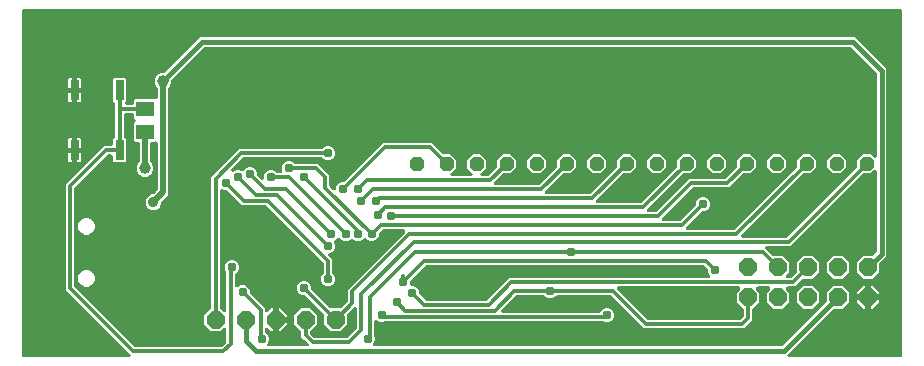
<source format=gbr>
G04 EAGLE Gerber RS-274X export*
G75*
%MOMM*%
%FSLAX34Y34*%
%LPD*%
%INBottom Copper*%
%IPPOS*%
%AMOC8*
5,1,8,0,0,1.08239X$1,22.5*%
G01*
%ADD10P,1.319650X8X202.500000*%
%ADD11P,1.649562X8X112.500000*%
%ADD12P,1.649562X8X22.500000*%
%ADD13R,0.762000X1.651000*%
%ADD14R,1.500000X1.300000*%
%ADD15C,0.787400*%
%ADD16C,0.406400*%
%ADD17C,0.508000*%
%ADD18C,0.914400*%
%ADD19C,1.006400*%
%ADD20C,0.304800*%

G36*
X170741Y11191D02*
X170741Y11191D01*
X170868Y11198D01*
X170914Y11211D01*
X170962Y11217D01*
X171081Y11259D01*
X171202Y11294D01*
X171245Y11318D01*
X171290Y11334D01*
X171396Y11403D01*
X171507Y11464D01*
X171553Y11504D01*
X171583Y11523D01*
X171616Y11558D01*
X171693Y11623D01*
X175067Y14997D01*
X175146Y15096D01*
X175230Y15190D01*
X175254Y15232D01*
X175284Y15270D01*
X175338Y15384D01*
X175399Y15495D01*
X175412Y15542D01*
X175433Y15585D01*
X175459Y15709D01*
X175494Y15830D01*
X175499Y15891D01*
X175506Y15926D01*
X175505Y15974D01*
X175513Y16074D01*
X175513Y26105D01*
X175502Y26205D01*
X175500Y26305D01*
X175482Y26377D01*
X175473Y26451D01*
X175440Y26545D01*
X175415Y26643D01*
X175381Y26709D01*
X175356Y26779D01*
X175301Y26864D01*
X175255Y26953D01*
X175207Y27009D01*
X175167Y27072D01*
X175095Y27142D01*
X175030Y27218D01*
X174970Y27262D01*
X174916Y27314D01*
X174830Y27366D01*
X174749Y27425D01*
X174681Y27455D01*
X174617Y27493D01*
X174521Y27524D01*
X174429Y27563D01*
X174356Y27577D01*
X174285Y27599D01*
X174185Y27607D01*
X174086Y27625D01*
X174012Y27621D01*
X173938Y27627D01*
X173838Y27612D01*
X173738Y27607D01*
X173667Y27587D01*
X173593Y27575D01*
X173500Y27538D01*
X173403Y27511D01*
X173338Y27474D01*
X173269Y27447D01*
X173187Y27390D01*
X173099Y27340D01*
X173023Y27275D01*
X172983Y27248D01*
X172959Y27221D01*
X172913Y27182D01*
X170368Y24637D01*
X162372Y24637D01*
X156717Y30292D01*
X156717Y38288D01*
X162367Y43938D01*
X162446Y44037D01*
X162530Y44131D01*
X162554Y44173D01*
X162584Y44211D01*
X162638Y44325D01*
X162699Y44436D01*
X162712Y44483D01*
X162733Y44526D01*
X162759Y44650D01*
X162794Y44771D01*
X162799Y44832D01*
X162806Y44867D01*
X162805Y44915D01*
X162813Y45015D01*
X162813Y155143D01*
X186487Y178817D01*
X256103Y178817D01*
X256229Y178831D01*
X256355Y178838D01*
X256402Y178851D01*
X256450Y178857D01*
X256568Y178899D01*
X256690Y178934D01*
X256732Y178958D01*
X256778Y178974D01*
X256884Y179043D01*
X256994Y179104D01*
X257040Y179144D01*
X257070Y179163D01*
X257104Y179198D01*
X257180Y179263D01*
X258238Y180321D01*
X260433Y181230D01*
X262807Y181230D01*
X265002Y180321D01*
X266681Y178642D01*
X267590Y176447D01*
X267590Y174073D01*
X266681Y171878D01*
X265002Y170199D01*
X262807Y169290D01*
X260433Y169290D01*
X258238Y170199D01*
X257180Y171257D01*
X257081Y171336D01*
X256988Y171420D01*
X256945Y171444D01*
X256907Y171474D01*
X256793Y171528D01*
X256682Y171589D01*
X256636Y171602D01*
X256592Y171623D01*
X256469Y171649D01*
X256347Y171684D01*
X256286Y171689D01*
X256252Y171696D01*
X256204Y171695D01*
X256103Y171703D01*
X190064Y171703D01*
X189939Y171689D01*
X189812Y171682D01*
X189766Y171669D01*
X189718Y171663D01*
X189599Y171621D01*
X189478Y171586D01*
X189435Y171562D01*
X189390Y171546D01*
X189284Y171477D01*
X189173Y171416D01*
X189127Y171376D01*
X189097Y171357D01*
X189063Y171322D01*
X188987Y171257D01*
X180100Y162370D01*
X180069Y162331D01*
X180031Y162297D01*
X179960Y162194D01*
X179883Y162097D01*
X179862Y162051D01*
X179833Y162010D01*
X179787Y161894D01*
X179734Y161782D01*
X179724Y161733D01*
X179705Y161686D01*
X179687Y161563D01*
X179661Y161441D01*
X179662Y161391D01*
X179654Y161341D01*
X179665Y161217D01*
X179667Y161093D01*
X179679Y161044D01*
X179683Y160994D01*
X179722Y160875D01*
X179752Y160755D01*
X179775Y160710D01*
X179790Y160662D01*
X179855Y160556D01*
X179912Y160445D01*
X179944Y160406D01*
X179970Y160363D01*
X180057Y160274D01*
X180137Y160179D01*
X180178Y160149D01*
X180213Y160113D01*
X180318Y160046D01*
X180418Y159972D01*
X180464Y159952D01*
X180506Y159925D01*
X180623Y159884D01*
X180738Y159834D01*
X180787Y159825D01*
X180835Y159808D01*
X180958Y159795D01*
X181081Y159773D01*
X181131Y159775D01*
X181181Y159770D01*
X181305Y159784D01*
X181429Y159791D01*
X181477Y159804D01*
X181527Y159810D01*
X181760Y159886D01*
X181764Y159887D01*
X184233Y160910D01*
X186607Y160910D01*
X188556Y160103D01*
X188581Y160095D01*
X188605Y160083D01*
X188749Y160048D01*
X188891Y160007D01*
X188917Y160006D01*
X188943Y159999D01*
X189091Y159997D01*
X189239Y159990D01*
X189265Y159995D01*
X189291Y159994D01*
X189436Y160026D01*
X189582Y160053D01*
X189606Y160063D01*
X189632Y160069D01*
X189765Y160132D01*
X189902Y160191D01*
X189923Y160207D01*
X189947Y160218D01*
X190062Y160311D01*
X190181Y160399D01*
X190198Y160419D01*
X190219Y160436D01*
X190311Y160552D01*
X190407Y160665D01*
X190419Y160689D01*
X190435Y160709D01*
X190506Y160849D01*
X192198Y162541D01*
X194393Y163450D01*
X196767Y163450D01*
X198962Y162541D01*
X200641Y160862D01*
X201550Y158667D01*
X201550Y157171D01*
X201564Y157046D01*
X201571Y156919D01*
X201584Y156873D01*
X201590Y156825D01*
X201632Y156706D01*
X201667Y156585D01*
X201691Y156542D01*
X201707Y156497D01*
X201776Y156391D01*
X201837Y156280D01*
X201877Y156234D01*
X201896Y156204D01*
X201931Y156171D01*
X201996Y156094D01*
X204790Y153300D01*
X204868Y153238D01*
X204941Y153168D01*
X205005Y153130D01*
X205063Y153083D01*
X205154Y153041D01*
X205240Y152989D01*
X205311Y152966D01*
X205378Y152935D01*
X205476Y152913D01*
X205572Y152883D01*
X205646Y152877D01*
X205719Y152861D01*
X205819Y152863D01*
X205919Y152855D01*
X205993Y152866D01*
X206067Y152867D01*
X206164Y152892D01*
X206264Y152906D01*
X206333Y152934D01*
X206405Y152952D01*
X206495Y152998D01*
X206588Y153035D01*
X206649Y153078D01*
X206715Y153112D01*
X206792Y153177D01*
X206874Y153234D01*
X206924Y153289D01*
X206980Y153338D01*
X207040Y153418D01*
X207107Y153493D01*
X207143Y153558D01*
X207188Y153618D01*
X207227Y153710D01*
X207276Y153798D01*
X207296Y153870D01*
X207326Y153938D01*
X207343Y154037D01*
X207371Y154133D01*
X207379Y154233D01*
X207387Y154281D01*
X207385Y154317D01*
X207390Y154377D01*
X207390Y156127D01*
X208299Y158322D01*
X209978Y160001D01*
X212173Y160910D01*
X214547Y160910D01*
X216742Y160001D01*
X217800Y158943D01*
X217899Y158864D01*
X217992Y158780D01*
X218035Y158756D01*
X218073Y158726D01*
X218187Y158672D01*
X218298Y158611D01*
X218344Y158598D01*
X218388Y158577D01*
X218511Y158551D01*
X218633Y158516D01*
X218694Y158511D01*
X218728Y158504D01*
X218776Y158505D01*
X218877Y158497D01*
X221542Y158497D01*
X221691Y158514D01*
X221841Y158526D01*
X221864Y158534D01*
X221888Y158537D01*
X222030Y158587D01*
X222173Y158634D01*
X222193Y158646D01*
X222216Y158654D01*
X222343Y158736D01*
X222471Y158813D01*
X222489Y158830D01*
X222509Y158843D01*
X222614Y158951D01*
X222721Y159056D01*
X222734Y159076D01*
X222751Y159094D01*
X222828Y159223D01*
X222909Y159349D01*
X222918Y159372D01*
X222930Y159393D01*
X222976Y159536D01*
X223026Y159678D01*
X223029Y159702D01*
X223036Y159725D01*
X223048Y159874D01*
X223065Y160024D01*
X223062Y160048D01*
X223064Y160072D01*
X223042Y160221D01*
X223024Y160370D01*
X223015Y160398D01*
X223012Y160417D01*
X222995Y160461D01*
X222949Y160603D01*
X222630Y161373D01*
X222630Y163747D01*
X223539Y165942D01*
X225218Y167621D01*
X227413Y168530D01*
X229787Y168530D01*
X231982Y167621D01*
X233040Y166563D01*
X233139Y166484D01*
X233232Y166400D01*
X233275Y166376D01*
X233313Y166346D01*
X233427Y166292D01*
X233537Y166231D01*
X233584Y166218D01*
X233628Y166197D01*
X233751Y166171D01*
X233873Y166136D01*
X233934Y166131D01*
X233968Y166124D01*
X234016Y166125D01*
X234117Y166117D01*
X252933Y166117D01*
X262637Y156413D01*
X262637Y148154D01*
X262651Y148029D01*
X262658Y147902D01*
X262671Y147856D01*
X262677Y147808D01*
X262719Y147689D01*
X262754Y147568D01*
X262778Y147525D01*
X262794Y147480D01*
X262863Y147374D01*
X262924Y147263D01*
X262964Y147217D01*
X262983Y147187D01*
X263018Y147153D01*
X263083Y147077D01*
X265750Y144410D01*
X265828Y144348D01*
X265901Y144278D01*
X265965Y144240D01*
X266023Y144193D01*
X266114Y144151D01*
X266200Y144099D01*
X266271Y144076D01*
X266338Y144045D01*
X266436Y144023D01*
X266532Y143993D01*
X266606Y143987D01*
X266679Y143971D01*
X266779Y143973D01*
X266879Y143965D01*
X266953Y143976D01*
X267027Y143977D01*
X267124Y144002D01*
X267224Y144016D01*
X267293Y144044D01*
X267365Y144062D01*
X267454Y144108D01*
X267548Y144145D01*
X267609Y144188D01*
X267675Y144222D01*
X267751Y144287D01*
X267834Y144344D01*
X267884Y144399D01*
X267940Y144448D01*
X268000Y144528D01*
X268067Y144603D01*
X268103Y144668D01*
X268148Y144728D01*
X268187Y144820D01*
X268236Y144908D01*
X268256Y144980D01*
X268286Y145048D01*
X268303Y145147D01*
X268331Y145243D01*
X268339Y145343D01*
X268347Y145391D01*
X268345Y145427D01*
X268350Y145487D01*
X268350Y145967D01*
X269259Y148162D01*
X270938Y149841D01*
X273133Y150750D01*
X274629Y150750D01*
X274754Y150764D01*
X274881Y150771D01*
X274927Y150784D01*
X274975Y150790D01*
X275094Y150832D01*
X275215Y150867D01*
X275258Y150891D01*
X275303Y150907D01*
X275409Y150976D01*
X275520Y151037D01*
X275566Y151077D01*
X275596Y151096D01*
X275629Y151131D01*
X275706Y151196D01*
X308407Y183897D01*
X349453Y183897D01*
X358405Y174945D01*
X358504Y174866D01*
X358598Y174782D01*
X358640Y174758D01*
X358678Y174728D01*
X358792Y174674D01*
X358903Y174613D01*
X358950Y174600D01*
X358993Y174579D01*
X359117Y174553D01*
X359238Y174518D01*
X359299Y174513D01*
X359334Y174506D01*
X359382Y174507D01*
X359482Y174499D01*
X365317Y174499D01*
X370079Y169737D01*
X370079Y163003D01*
X365633Y158557D01*
X365570Y158479D01*
X365501Y158406D01*
X365462Y158342D01*
X365416Y158284D01*
X365373Y158193D01*
X365322Y158107D01*
X365299Y158036D01*
X365267Y157969D01*
X365246Y157871D01*
X365216Y157775D01*
X365210Y157701D01*
X365194Y157628D01*
X365196Y157528D01*
X365188Y157428D01*
X365199Y157354D01*
X365200Y157280D01*
X365224Y157183D01*
X365239Y157083D01*
X365267Y157014D01*
X365285Y156942D01*
X365331Y156852D01*
X365368Y156759D01*
X365410Y156698D01*
X365445Y156632D01*
X365510Y156555D01*
X365567Y156473D01*
X365622Y156423D01*
X365670Y156367D01*
X365751Y156307D01*
X365826Y156240D01*
X365891Y156204D01*
X365951Y156159D01*
X366043Y156120D01*
X366131Y156071D01*
X366202Y156051D01*
X366271Y156021D01*
X366369Y156004D01*
X366466Y155976D01*
X366566Y155968D01*
X366614Y155960D01*
X366649Y155962D01*
X366710Y155957D01*
X382590Y155957D01*
X382690Y155968D01*
X382790Y155970D01*
X382862Y155988D01*
X382936Y155997D01*
X383031Y156030D01*
X383128Y156055D01*
X383194Y156089D01*
X383264Y156114D01*
X383349Y156169D01*
X383438Y156215D01*
X383495Y156263D01*
X383557Y156303D01*
X383627Y156375D01*
X383703Y156440D01*
X383748Y156500D01*
X383799Y156554D01*
X383851Y156640D01*
X383911Y156721D01*
X383940Y156789D01*
X383978Y156853D01*
X384009Y156949D01*
X384049Y157041D01*
X384062Y157114D01*
X384084Y157185D01*
X384093Y157285D01*
X384110Y157384D01*
X384106Y157458D01*
X384112Y157532D01*
X384098Y157632D01*
X384092Y157732D01*
X384072Y157803D01*
X384061Y157877D01*
X384024Y157970D01*
X383996Y158067D01*
X383959Y158132D01*
X383932Y158201D01*
X383875Y158283D01*
X383826Y158371D01*
X383761Y158447D01*
X383733Y158487D01*
X383707Y158511D01*
X383667Y158557D01*
X379221Y163003D01*
X379221Y169737D01*
X383983Y174499D01*
X390717Y174499D01*
X395479Y169737D01*
X395479Y163003D01*
X391033Y158557D01*
X390970Y158479D01*
X390901Y158406D01*
X390862Y158342D01*
X390816Y158284D01*
X390773Y158193D01*
X390722Y158107D01*
X390699Y158036D01*
X390667Y157969D01*
X390646Y157871D01*
X390616Y157775D01*
X390610Y157701D01*
X390594Y157628D01*
X390596Y157528D01*
X390588Y157428D01*
X390599Y157354D01*
X390600Y157280D01*
X390624Y157183D01*
X390639Y157083D01*
X390667Y157014D01*
X390685Y156942D01*
X390731Y156852D01*
X390768Y156759D01*
X390810Y156698D01*
X390845Y156632D01*
X390910Y156555D01*
X390967Y156473D01*
X391022Y156423D01*
X391070Y156367D01*
X391151Y156307D01*
X391226Y156240D01*
X391291Y156204D01*
X391351Y156159D01*
X391443Y156120D01*
X391531Y156071D01*
X391602Y156051D01*
X391671Y156021D01*
X391769Y156004D01*
X391866Y155976D01*
X391966Y155968D01*
X392014Y155960D01*
X392049Y155962D01*
X392110Y155957D01*
X396676Y155957D01*
X396801Y155971D01*
X396928Y155978D01*
X396974Y155991D01*
X397022Y155997D01*
X397141Y156039D01*
X397262Y156074D01*
X397305Y156098D01*
X397350Y156114D01*
X397456Y156183D01*
X397567Y156244D01*
X397613Y156284D01*
X397643Y156303D01*
X397676Y156338D01*
X397753Y156403D01*
X404175Y162825D01*
X404254Y162924D01*
X404338Y163018D01*
X404362Y163060D01*
X404392Y163098D01*
X404446Y163212D01*
X404507Y163323D01*
X404520Y163370D01*
X404541Y163413D01*
X404567Y163537D01*
X404602Y163658D01*
X404607Y163719D01*
X404614Y163754D01*
X404613Y163802D01*
X404621Y163902D01*
X404621Y169737D01*
X409383Y174499D01*
X416117Y174499D01*
X420879Y169737D01*
X420879Y163003D01*
X416117Y158241D01*
X410282Y158241D01*
X410157Y158227D01*
X410030Y158220D01*
X409984Y158207D01*
X409936Y158201D01*
X409817Y158159D01*
X409696Y158124D01*
X409653Y158100D01*
X409608Y158084D01*
X409502Y158015D01*
X409391Y157954D01*
X409345Y157914D01*
X409315Y157895D01*
X409281Y157860D01*
X409205Y157795D01*
X402347Y150937D01*
X402285Y150859D01*
X402215Y150786D01*
X402177Y150722D01*
X402130Y150664D01*
X402088Y150573D01*
X402036Y150487D01*
X402013Y150416D01*
X401982Y150349D01*
X401960Y150251D01*
X401930Y150155D01*
X401924Y150081D01*
X401908Y150008D01*
X401910Y149908D01*
X401902Y149808D01*
X401913Y149734D01*
X401914Y149660D01*
X401939Y149563D01*
X401953Y149463D01*
X401981Y149394D01*
X401999Y149322D01*
X402045Y149232D01*
X402082Y149139D01*
X402125Y149078D01*
X402159Y149012D01*
X402224Y148935D01*
X402281Y148853D01*
X402336Y148803D01*
X402385Y148747D01*
X402465Y148687D01*
X402540Y148620D01*
X402605Y148584D01*
X402665Y148539D01*
X402757Y148500D01*
X402845Y148451D01*
X402917Y148431D01*
X402985Y148401D01*
X403084Y148384D01*
X403180Y148356D01*
X403280Y148348D01*
X403328Y148340D01*
X403364Y148342D01*
X403424Y148337D01*
X439856Y148337D01*
X439981Y148351D01*
X440108Y148358D01*
X440154Y148371D01*
X440202Y148377D01*
X440321Y148419D01*
X440442Y148454D01*
X440485Y148478D01*
X440530Y148494D01*
X440636Y148563D01*
X440747Y148624D01*
X440793Y148664D01*
X440823Y148683D01*
X440856Y148718D01*
X440933Y148783D01*
X454975Y162825D01*
X455054Y162924D01*
X455138Y163018D01*
X455162Y163060D01*
X455192Y163098D01*
X455246Y163212D01*
X455307Y163323D01*
X455320Y163370D01*
X455341Y163413D01*
X455367Y163537D01*
X455402Y163658D01*
X455407Y163719D01*
X455414Y163754D01*
X455413Y163802D01*
X455421Y163902D01*
X455421Y169737D01*
X460183Y174499D01*
X466917Y174499D01*
X471679Y169737D01*
X471679Y163003D01*
X466917Y158241D01*
X461082Y158241D01*
X460957Y158227D01*
X460830Y158220D01*
X460784Y158207D01*
X460736Y158201D01*
X460617Y158159D01*
X460496Y158124D01*
X460453Y158100D01*
X460408Y158084D01*
X460302Y158015D01*
X460191Y157954D01*
X460145Y157914D01*
X460115Y157895D01*
X460081Y157860D01*
X460005Y157795D01*
X445527Y143317D01*
X445465Y143239D01*
X445395Y143166D01*
X445357Y143102D01*
X445310Y143044D01*
X445268Y142953D01*
X445216Y142867D01*
X445193Y142796D01*
X445162Y142729D01*
X445140Y142631D01*
X445110Y142535D01*
X445104Y142461D01*
X445088Y142388D01*
X445090Y142288D01*
X445082Y142188D01*
X445093Y142114D01*
X445094Y142040D01*
X445119Y141943D01*
X445133Y141843D01*
X445161Y141774D01*
X445179Y141702D01*
X445225Y141612D01*
X445262Y141519D01*
X445305Y141458D01*
X445339Y141392D01*
X445404Y141315D01*
X445461Y141233D01*
X445516Y141183D01*
X445565Y141127D01*
X445645Y141067D01*
X445720Y141000D01*
X445785Y140964D01*
X445845Y140919D01*
X445937Y140880D01*
X446025Y140831D01*
X446097Y140811D01*
X446165Y140781D01*
X446264Y140764D01*
X446360Y140736D01*
X446460Y140728D01*
X446508Y140720D01*
X446544Y140722D01*
X446604Y140717D01*
X483036Y140717D01*
X483161Y140731D01*
X483288Y140738D01*
X483334Y140751D01*
X483382Y140757D01*
X483501Y140799D01*
X483622Y140834D01*
X483665Y140858D01*
X483710Y140874D01*
X483816Y140943D01*
X483927Y141004D01*
X483973Y141044D01*
X484003Y141063D01*
X484036Y141098D01*
X484113Y141163D01*
X505775Y162825D01*
X505854Y162924D01*
X505938Y163018D01*
X505962Y163060D01*
X505992Y163098D01*
X506046Y163212D01*
X506107Y163323D01*
X506120Y163370D01*
X506141Y163413D01*
X506167Y163537D01*
X506202Y163658D01*
X506207Y163719D01*
X506214Y163754D01*
X506213Y163802D01*
X506221Y163902D01*
X506221Y169737D01*
X510983Y174499D01*
X517717Y174499D01*
X522479Y169737D01*
X522479Y163003D01*
X517717Y158241D01*
X511882Y158241D01*
X511757Y158227D01*
X511630Y158220D01*
X511584Y158207D01*
X511536Y158201D01*
X511417Y158159D01*
X511296Y158124D01*
X511253Y158100D01*
X511208Y158084D01*
X511102Y158015D01*
X510991Y157954D01*
X510945Y157914D01*
X510915Y157895D01*
X510882Y157860D01*
X510805Y157795D01*
X489143Y136133D01*
X488707Y135697D01*
X488645Y135619D01*
X488575Y135546D01*
X488537Y135482D01*
X488490Y135424D01*
X488448Y135333D01*
X488396Y135247D01*
X488373Y135176D01*
X488342Y135109D01*
X488320Y135011D01*
X488290Y134915D01*
X488284Y134841D01*
X488268Y134768D01*
X488270Y134668D01*
X488262Y134568D01*
X488273Y134494D01*
X488274Y134420D01*
X488299Y134322D01*
X488313Y134223D01*
X488341Y134154D01*
X488359Y134082D01*
X488405Y133993D01*
X488442Y133899D01*
X488485Y133838D01*
X488519Y133772D01*
X488584Y133696D01*
X488641Y133613D01*
X488696Y133563D01*
X488745Y133507D01*
X488825Y133447D01*
X488900Y133380D01*
X488965Y133344D01*
X489025Y133299D01*
X489117Y133260D01*
X489205Y133211D01*
X489277Y133191D01*
X489345Y133161D01*
X489444Y133144D01*
X489540Y133116D01*
X489641Y133108D01*
X489688Y133100D01*
X489723Y133102D01*
X489784Y133097D01*
X526216Y133097D01*
X526341Y133111D01*
X526468Y133118D01*
X526514Y133131D01*
X526562Y133137D01*
X526681Y133179D01*
X526802Y133214D01*
X526845Y133238D01*
X526890Y133254D01*
X526996Y133323D01*
X527107Y133384D01*
X527153Y133424D01*
X527183Y133443D01*
X527216Y133478D01*
X527293Y133543D01*
X556575Y162825D01*
X556654Y162924D01*
X556738Y163018D01*
X556762Y163060D01*
X556792Y163098D01*
X556846Y163212D01*
X556907Y163323D01*
X556920Y163370D01*
X556941Y163413D01*
X556967Y163537D01*
X557002Y163658D01*
X557007Y163719D01*
X557014Y163754D01*
X557013Y163802D01*
X557021Y163902D01*
X557021Y169737D01*
X561783Y174499D01*
X568517Y174499D01*
X573279Y169737D01*
X573279Y163003D01*
X568517Y158241D01*
X562682Y158241D01*
X562557Y158227D01*
X562430Y158220D01*
X562384Y158207D01*
X562336Y158201D01*
X562217Y158159D01*
X562096Y158124D01*
X562053Y158100D01*
X562008Y158084D01*
X561902Y158015D01*
X561791Y157954D01*
X561745Y157914D01*
X561715Y157895D01*
X561681Y157860D01*
X561605Y157795D01*
X531887Y128077D01*
X531825Y127999D01*
X531755Y127926D01*
X531717Y127862D01*
X531670Y127804D01*
X531628Y127713D01*
X531576Y127627D01*
X531553Y127556D01*
X531522Y127489D01*
X531500Y127391D01*
X531470Y127295D01*
X531464Y127221D01*
X531448Y127148D01*
X531450Y127048D01*
X531442Y126948D01*
X531453Y126874D01*
X531454Y126800D01*
X531479Y126703D01*
X531493Y126603D01*
X531521Y126534D01*
X531539Y126462D01*
X531585Y126372D01*
X531622Y126279D01*
X531665Y126218D01*
X531699Y126152D01*
X531764Y126075D01*
X531821Y125993D01*
X531876Y125943D01*
X531925Y125887D01*
X532005Y125827D01*
X532080Y125760D01*
X532145Y125724D01*
X532205Y125679D01*
X532297Y125640D01*
X532385Y125591D01*
X532457Y125571D01*
X532525Y125541D01*
X532624Y125524D01*
X532720Y125496D01*
X532820Y125488D01*
X532868Y125480D01*
X532904Y125482D01*
X532964Y125477D01*
X538916Y125477D01*
X539041Y125491D01*
X539168Y125498D01*
X539214Y125511D01*
X539262Y125517D01*
X539381Y125559D01*
X539502Y125594D01*
X539545Y125618D01*
X539590Y125634D01*
X539696Y125703D01*
X539807Y125764D01*
X539853Y125804D01*
X539883Y125823D01*
X539916Y125858D01*
X539993Y125923D01*
X567487Y153417D01*
X597336Y153417D01*
X597461Y153431D01*
X597588Y153438D01*
X597634Y153451D01*
X597682Y153457D01*
X597801Y153499D01*
X597922Y153534D01*
X597965Y153558D01*
X598010Y153574D01*
X598116Y153643D01*
X598227Y153704D01*
X598273Y153744D01*
X598303Y153763D01*
X598336Y153798D01*
X598413Y153863D01*
X607375Y162825D01*
X607454Y162924D01*
X607538Y163018D01*
X607562Y163060D01*
X607592Y163098D01*
X607646Y163212D01*
X607707Y163323D01*
X607720Y163370D01*
X607741Y163413D01*
X607767Y163537D01*
X607802Y163658D01*
X607807Y163719D01*
X607814Y163754D01*
X607813Y163802D01*
X607821Y163902D01*
X607821Y169737D01*
X612583Y174499D01*
X619317Y174499D01*
X624079Y169737D01*
X624079Y163003D01*
X619317Y158241D01*
X613482Y158241D01*
X613357Y158227D01*
X613230Y158220D01*
X613184Y158207D01*
X613136Y158201D01*
X613017Y158159D01*
X612896Y158124D01*
X612853Y158100D01*
X612808Y158084D01*
X612702Y158015D01*
X612591Y157954D01*
X612545Y157914D01*
X612515Y157895D01*
X612482Y157860D01*
X612405Y157795D01*
X600913Y146303D01*
X571064Y146303D01*
X570939Y146289D01*
X570812Y146282D01*
X570766Y146269D01*
X570718Y146263D01*
X570599Y146221D01*
X570478Y146186D01*
X570435Y146162D01*
X570390Y146146D01*
X570284Y146077D01*
X570173Y146016D01*
X570127Y145976D01*
X570097Y145957D01*
X570063Y145922D01*
X569987Y145857D01*
X544587Y120457D01*
X544525Y120379D01*
X544455Y120306D01*
X544417Y120242D01*
X544370Y120184D01*
X544328Y120093D01*
X544276Y120007D01*
X544253Y119936D01*
X544222Y119869D01*
X544200Y119771D01*
X544170Y119675D01*
X544164Y119601D01*
X544148Y119528D01*
X544150Y119428D01*
X544142Y119328D01*
X544153Y119254D01*
X544154Y119180D01*
X544179Y119083D01*
X544193Y118983D01*
X544221Y118914D01*
X544239Y118842D01*
X544285Y118752D01*
X544322Y118659D01*
X544365Y118598D01*
X544399Y118532D01*
X544464Y118455D01*
X544521Y118373D01*
X544576Y118323D01*
X544625Y118267D01*
X544705Y118207D01*
X544780Y118140D01*
X544845Y118104D01*
X544905Y118059D01*
X544997Y118020D01*
X545085Y117971D01*
X545157Y117951D01*
X545225Y117921D01*
X545324Y117904D01*
X545420Y117876D01*
X545520Y117868D01*
X545568Y117860D01*
X545604Y117862D01*
X545664Y117857D01*
X559236Y117857D01*
X559361Y117871D01*
X559488Y117878D01*
X559534Y117891D01*
X559582Y117897D01*
X559701Y117939D01*
X559822Y117974D01*
X559865Y117998D01*
X559910Y118014D01*
X560016Y118083D01*
X560127Y118144D01*
X560173Y118184D01*
X560203Y118203D01*
X560236Y118238D01*
X560313Y118303D01*
X572704Y130694D01*
X572783Y130793D01*
X572867Y130887D01*
X572891Y130929D01*
X572921Y130967D01*
X572975Y131081D01*
X573036Y131192D01*
X573049Y131239D01*
X573070Y131282D01*
X573096Y131406D01*
X573131Y131527D01*
X573136Y131588D01*
X573143Y131623D01*
X573142Y131671D01*
X573150Y131771D01*
X573150Y133267D01*
X574059Y135462D01*
X575738Y137141D01*
X577933Y138050D01*
X580307Y138050D01*
X582502Y137141D01*
X584181Y135462D01*
X585090Y133267D01*
X585090Y130893D01*
X584181Y128698D01*
X582502Y127019D01*
X580307Y126110D01*
X578811Y126110D01*
X578686Y126096D01*
X578559Y126089D01*
X578513Y126076D01*
X578465Y126070D01*
X578346Y126028D01*
X578225Y125993D01*
X578182Y125969D01*
X578137Y125953D01*
X578031Y125884D01*
X577920Y125823D01*
X577874Y125783D01*
X577844Y125764D01*
X577810Y125729D01*
X577734Y125664D01*
X564907Y112837D01*
X564845Y112759D01*
X564775Y112686D01*
X564737Y112622D01*
X564690Y112564D01*
X564648Y112473D01*
X564596Y112387D01*
X564573Y112316D01*
X564542Y112249D01*
X564520Y112151D01*
X564490Y112055D01*
X564484Y111981D01*
X564468Y111908D01*
X564470Y111808D01*
X564462Y111708D01*
X564473Y111634D01*
X564474Y111560D01*
X564499Y111463D01*
X564513Y111363D01*
X564541Y111294D01*
X564559Y111222D01*
X564605Y111132D01*
X564642Y111039D01*
X564685Y110978D01*
X564719Y110912D01*
X564784Y110835D01*
X564841Y110753D01*
X564896Y110703D01*
X564945Y110647D01*
X565025Y110587D01*
X565100Y110520D01*
X565165Y110484D01*
X565225Y110439D01*
X565317Y110400D01*
X565405Y110351D01*
X565477Y110331D01*
X565545Y110301D01*
X565644Y110284D01*
X565740Y110256D01*
X565840Y110248D01*
X565888Y110240D01*
X565924Y110242D01*
X565984Y110237D01*
X604956Y110237D01*
X605081Y110251D01*
X605208Y110258D01*
X605254Y110271D01*
X605302Y110277D01*
X605421Y110319D01*
X605542Y110354D01*
X605585Y110378D01*
X605630Y110394D01*
X605736Y110463D01*
X605847Y110524D01*
X605893Y110564D01*
X605923Y110583D01*
X605956Y110618D01*
X606033Y110683D01*
X658175Y162825D01*
X658254Y162924D01*
X658338Y163018D01*
X658362Y163060D01*
X658392Y163098D01*
X658446Y163212D01*
X658507Y163323D01*
X658520Y163370D01*
X658541Y163413D01*
X658567Y163537D01*
X658602Y163658D01*
X658607Y163719D01*
X658614Y163754D01*
X658613Y163802D01*
X658621Y163902D01*
X658621Y169737D01*
X663383Y174499D01*
X670117Y174499D01*
X674879Y169737D01*
X674879Y163003D01*
X670117Y158241D01*
X664282Y158241D01*
X664157Y158227D01*
X664030Y158220D01*
X663984Y158207D01*
X663936Y158201D01*
X663817Y158159D01*
X663696Y158124D01*
X663653Y158100D01*
X663608Y158084D01*
X663502Y158015D01*
X663391Y157954D01*
X663345Y157914D01*
X663315Y157895D01*
X663281Y157860D01*
X663205Y157795D01*
X611897Y106487D01*
X611835Y106409D01*
X611765Y106336D01*
X611727Y106272D01*
X611680Y106214D01*
X611638Y106123D01*
X611586Y106037D01*
X611563Y105966D01*
X611532Y105899D01*
X611510Y105801D01*
X611480Y105705D01*
X611474Y105631D01*
X611458Y105558D01*
X611460Y105458D01*
X611452Y105358D01*
X611463Y105284D01*
X611464Y105210D01*
X611489Y105113D01*
X611503Y105013D01*
X611531Y104944D01*
X611549Y104872D01*
X611595Y104782D01*
X611632Y104689D01*
X611675Y104628D01*
X611709Y104562D01*
X611774Y104485D01*
X611831Y104403D01*
X611886Y104353D01*
X611935Y104297D01*
X612015Y104237D01*
X612090Y104170D01*
X612155Y104134D01*
X612215Y104089D01*
X612307Y104050D01*
X612395Y104001D01*
X612467Y103981D01*
X612535Y103951D01*
X612634Y103934D01*
X612730Y103906D01*
X612830Y103898D01*
X612878Y103890D01*
X612914Y103892D01*
X612974Y103887D01*
X649406Y103887D01*
X649531Y103901D01*
X649658Y103908D01*
X649704Y103921D01*
X649752Y103927D01*
X649871Y103969D01*
X649992Y104004D01*
X650035Y104028D01*
X650080Y104044D01*
X650186Y104113D01*
X650297Y104174D01*
X650343Y104214D01*
X650373Y104233D01*
X650406Y104268D01*
X650483Y104333D01*
X708975Y162825D01*
X709054Y162924D01*
X709138Y163018D01*
X709162Y163060D01*
X709192Y163098D01*
X709246Y163212D01*
X709307Y163323D01*
X709320Y163370D01*
X709341Y163413D01*
X709367Y163537D01*
X709402Y163658D01*
X709407Y163719D01*
X709414Y163754D01*
X709413Y163802D01*
X709421Y163902D01*
X709421Y169737D01*
X714183Y174499D01*
X720917Y174499D01*
X723585Y171831D01*
X723663Y171768D01*
X723736Y171699D01*
X723800Y171660D01*
X723858Y171614D01*
X723949Y171571D01*
X724035Y171520D01*
X724106Y171497D01*
X724173Y171465D01*
X724271Y171444D01*
X724367Y171414D01*
X724441Y171408D01*
X724514Y171392D01*
X724614Y171394D01*
X724714Y171386D01*
X724788Y171397D01*
X724862Y171398D01*
X724959Y171422D01*
X725059Y171437D01*
X725128Y171465D01*
X725200Y171483D01*
X725289Y171529D01*
X725383Y171566D01*
X725444Y171608D01*
X725510Y171643D01*
X725586Y171708D01*
X725669Y171765D01*
X725719Y171820D01*
X725775Y171868D01*
X725835Y171949D01*
X725902Y172024D01*
X725938Y172089D01*
X725983Y172149D01*
X726022Y172241D01*
X726071Y172329D01*
X726091Y172400D01*
X726121Y172469D01*
X726138Y172567D01*
X726166Y172664D01*
X726174Y172764D01*
X726182Y172812D01*
X726180Y172847D01*
X726185Y172908D01*
X726185Y242795D01*
X726171Y242921D01*
X726164Y243047D01*
X726151Y243094D01*
X726145Y243142D01*
X726103Y243261D01*
X726068Y243382D01*
X726044Y243424D01*
X726028Y243470D01*
X725959Y243576D01*
X725898Y243686D01*
X725858Y243732D01*
X725839Y243762D01*
X725804Y243796D01*
X725739Y243872D01*
X704882Y264729D01*
X704783Y264808D01*
X704690Y264892D01*
X704647Y264916D01*
X704609Y264946D01*
X704495Y265000D01*
X704385Y265061D01*
X704338Y265074D01*
X704294Y265095D01*
X704171Y265121D01*
X704049Y265156D01*
X703988Y265161D01*
X703954Y265168D01*
X703906Y265167D01*
X703805Y265175D01*
X157255Y265175D01*
X157129Y265161D01*
X157003Y265154D01*
X156956Y265141D01*
X156908Y265135D01*
X156789Y265093D01*
X156668Y265058D01*
X156626Y265034D01*
X156580Y265018D01*
X156474Y264949D01*
X156364Y264888D01*
X156318Y264848D01*
X156288Y264829D01*
X156254Y264794D01*
X156178Y264729D01*
X129431Y237982D01*
X129352Y237883D01*
X129268Y237790D01*
X129244Y237747D01*
X129214Y237709D01*
X129160Y237595D01*
X129099Y237485D01*
X129086Y237438D01*
X129065Y237394D01*
X129039Y237271D01*
X129004Y237149D01*
X128999Y237088D01*
X128992Y237054D01*
X128993Y237006D01*
X128985Y236905D01*
X128985Y234815D01*
X127909Y232218D01*
X126939Y231248D01*
X126860Y231149D01*
X126776Y231055D01*
X126752Y231013D01*
X126722Y230975D01*
X126668Y230861D01*
X126607Y230750D01*
X126594Y230703D01*
X126573Y230660D01*
X126547Y230536D01*
X126512Y230415D01*
X126507Y230354D01*
X126500Y230319D01*
X126501Y230271D01*
X126493Y230171D01*
X126493Y141330D01*
X125797Y139650D01*
X124296Y138149D01*
X122158Y136011D01*
X122149Y136000D01*
X122132Y135985D01*
X120817Y134604D01*
X120752Y134517D01*
X120680Y134437D01*
X120647Y134379D01*
X120607Y134325D01*
X120563Y134227D01*
X120511Y134132D01*
X120493Y134068D01*
X120466Y134007D01*
X120446Y133901D01*
X120439Y133879D01*
X120426Y133835D01*
X120425Y133827D01*
X120416Y133797D01*
X120409Y133709D01*
X120401Y133664D01*
X120402Y133624D01*
X120397Y133553D01*
X120397Y132544D01*
X119391Y130117D01*
X117533Y128259D01*
X115106Y127253D01*
X112478Y127253D01*
X110051Y128259D01*
X108193Y130117D01*
X107187Y132544D01*
X107187Y135172D01*
X108193Y137599D01*
X110051Y139457D01*
X112478Y140463D01*
X113115Y140463D01*
X113258Y140479D01*
X113403Y140490D01*
X113431Y140499D01*
X113461Y140503D01*
X113597Y140551D01*
X113735Y140595D01*
X113761Y140610D01*
X113789Y140620D01*
X113911Y140699D01*
X114035Y140772D01*
X114062Y140797D01*
X114082Y140809D01*
X114116Y140845D01*
X114218Y140935D01*
X114778Y141523D01*
X114872Y141649D01*
X114911Y141697D01*
X115586Y142373D01*
X115595Y142385D01*
X115612Y142399D01*
X116245Y143064D01*
X116255Y143070D01*
X116270Y143083D01*
X116282Y143089D01*
X116311Y143117D01*
X116442Y143228D01*
X116901Y143688D01*
X116980Y143787D01*
X117064Y143881D01*
X117088Y143923D01*
X117118Y143961D01*
X117172Y144075D01*
X117233Y144186D01*
X117246Y144232D01*
X117267Y144276D01*
X117293Y144400D01*
X117328Y144521D01*
X117333Y144582D01*
X117340Y144617D01*
X117339Y144665D01*
X117347Y144765D01*
X117347Y183815D01*
X117345Y183838D01*
X117346Y183860D01*
X117335Y183932D01*
X117334Y184015D01*
X117316Y184088D01*
X117307Y184161D01*
X117297Y184191D01*
X117295Y184204D01*
X117272Y184260D01*
X117249Y184353D01*
X117215Y184419D01*
X117190Y184489D01*
X117168Y184524D01*
X117166Y184528D01*
X117150Y184551D01*
X117135Y184574D01*
X117089Y184663D01*
X117041Y184720D01*
X117001Y184782D01*
X116929Y184852D01*
X116863Y184929D01*
X116804Y184973D01*
X116750Y185024D01*
X116664Y185076D01*
X116583Y185136D01*
X116515Y185165D01*
X116451Y185203D01*
X116356Y185234D01*
X116263Y185274D01*
X116190Y185287D01*
X116119Y185309D01*
X116019Y185318D01*
X115920Y185335D01*
X115846Y185331D01*
X115772Y185337D01*
X115673Y185323D01*
X115572Y185317D01*
X115501Y185297D01*
X115427Y185286D01*
X115334Y185249D01*
X115237Y185221D01*
X115172Y185184D01*
X115165Y185181D01*
X115142Y185173D01*
X115138Y185171D01*
X115129Y185167D01*
X112776Y185167D01*
X112750Y185164D01*
X112724Y185166D01*
X112577Y185144D01*
X112430Y185127D01*
X112405Y185119D01*
X112379Y185115D01*
X112241Y185060D01*
X112102Y185010D01*
X112080Y184996D01*
X112055Y184986D01*
X111934Y184901D01*
X111809Y184821D01*
X111791Y184802D01*
X111769Y184787D01*
X111670Y184677D01*
X111567Y184570D01*
X111553Y184548D01*
X111536Y184528D01*
X111464Y184398D01*
X111388Y184271D01*
X111380Y184246D01*
X111367Y184223D01*
X111327Y184080D01*
X111282Y183939D01*
X111280Y183913D01*
X111272Y183888D01*
X111253Y183644D01*
X111253Y168609D01*
X111267Y168484D01*
X111274Y168357D01*
X111287Y168311D01*
X111293Y168263D01*
X111335Y168144D01*
X111370Y168023D01*
X111394Y167980D01*
X111410Y167935D01*
X111479Y167829D01*
X111540Y167718D01*
X111580Y167672D01*
X111599Y167642D01*
X111634Y167609D01*
X111663Y167575D01*
X111667Y167568D01*
X111672Y167564D01*
X111699Y167532D01*
X112669Y166562D01*
X113745Y163965D01*
X113745Y161155D01*
X112669Y158558D01*
X110682Y156571D01*
X108085Y155495D01*
X105275Y155495D01*
X102678Y156571D01*
X100691Y158558D01*
X99615Y161155D01*
X99615Y163965D01*
X100691Y166562D01*
X101661Y167532D01*
X101729Y167617D01*
X101759Y167649D01*
X101766Y167660D01*
X101824Y167725D01*
X101848Y167767D01*
X101878Y167805D01*
X101932Y167919D01*
X101993Y168030D01*
X102006Y168077D01*
X102027Y168120D01*
X102053Y168244D01*
X102088Y168365D01*
X102093Y168426D01*
X102100Y168461D01*
X102099Y168509D01*
X102107Y168609D01*
X102107Y183644D01*
X102104Y183670D01*
X102106Y183696D01*
X102084Y183843D01*
X102067Y183990D01*
X102059Y184015D01*
X102055Y184041D01*
X102000Y184179D01*
X101950Y184318D01*
X101936Y184340D01*
X101926Y184365D01*
X101841Y184486D01*
X101761Y184611D01*
X101742Y184629D01*
X101727Y184651D01*
X101617Y184750D01*
X101510Y184853D01*
X101488Y184867D01*
X101468Y184884D01*
X101338Y184956D01*
X101211Y185032D01*
X101186Y185040D01*
X101163Y185053D01*
X101020Y185093D01*
X100879Y185138D01*
X100853Y185140D01*
X100828Y185148D01*
X100584Y185167D01*
X98338Y185167D01*
X97147Y186358D01*
X97147Y201042D01*
X98228Y202123D01*
X98245Y202143D01*
X98264Y202160D01*
X98353Y202280D01*
X98445Y202396D01*
X98456Y202420D01*
X98472Y202441D01*
X98530Y202577D01*
X98594Y202711D01*
X98599Y202737D01*
X98610Y202761D01*
X98636Y202907D01*
X98667Y203052D01*
X98667Y203078D01*
X98671Y203104D01*
X98664Y203252D01*
X98661Y203400D01*
X98655Y203426D01*
X98653Y203452D01*
X98612Y203594D01*
X98576Y203738D01*
X98564Y203761D01*
X98557Y203787D01*
X98484Y203916D01*
X98416Y204048D01*
X98400Y204068D01*
X98387Y204091D01*
X98228Y204277D01*
X97147Y205358D01*
X97147Y207620D01*
X97144Y207646D01*
X97146Y207672D01*
X97124Y207819D01*
X97107Y207966D01*
X97099Y207991D01*
X97095Y208017D01*
X97040Y208155D01*
X96990Y208294D01*
X96976Y208316D01*
X96966Y208341D01*
X96881Y208462D01*
X96801Y208587D01*
X96782Y208605D01*
X96767Y208627D01*
X96657Y208726D01*
X96550Y208829D01*
X96528Y208843D01*
X96508Y208860D01*
X96378Y208932D01*
X96251Y209008D01*
X96226Y209016D01*
X96203Y209029D01*
X96060Y209069D01*
X95919Y209114D01*
X95893Y209116D01*
X95868Y209124D01*
X95624Y209143D01*
X90170Y209143D01*
X90144Y209140D01*
X90118Y209142D01*
X89971Y209120D01*
X89824Y209103D01*
X89799Y209095D01*
X89773Y209091D01*
X89635Y209036D01*
X89496Y208986D01*
X89474Y208972D01*
X89449Y208962D01*
X89328Y208877D01*
X89203Y208797D01*
X89185Y208778D01*
X89163Y208763D01*
X89064Y208653D01*
X88961Y208546D01*
X88947Y208524D01*
X88930Y208504D01*
X88858Y208374D01*
X88782Y208247D01*
X88774Y208222D01*
X88761Y208199D01*
X88721Y208056D01*
X88676Y207915D01*
X88674Y207889D01*
X88666Y207864D01*
X88647Y207620D01*
X88647Y189611D01*
X88650Y189585D01*
X88648Y189559D01*
X88670Y189412D01*
X88687Y189265D01*
X88695Y189240D01*
X88699Y189214D01*
X88754Y189076D01*
X88804Y188937D01*
X88818Y188915D01*
X88828Y188890D01*
X88913Y188769D01*
X88993Y188644D01*
X89012Y188626D01*
X89027Y188604D01*
X89137Y188505D01*
X89244Y188402D01*
X89266Y188388D01*
X89286Y188371D01*
X89416Y188299D01*
X89543Y188223D01*
X89568Y188215D01*
X89591Y188202D01*
X89642Y188188D01*
X90933Y186897D01*
X90933Y168703D01*
X89742Y167512D01*
X80438Y167512D01*
X79247Y168703D01*
X79247Y172720D01*
X79244Y172746D01*
X79246Y172772D01*
X79224Y172919D01*
X79207Y173066D01*
X79199Y173091D01*
X79195Y173117D01*
X79140Y173255D01*
X79090Y173394D01*
X79076Y173416D01*
X79066Y173441D01*
X78981Y173562D01*
X78901Y173687D01*
X78882Y173705D01*
X78867Y173727D01*
X78757Y173826D01*
X78650Y173929D01*
X78628Y173943D01*
X78608Y173960D01*
X78478Y174032D01*
X78351Y174108D01*
X78326Y174116D01*
X78303Y174129D01*
X78160Y174169D01*
X78019Y174214D01*
X77993Y174216D01*
X77968Y174224D01*
X77724Y174243D01*
X75764Y174243D01*
X75639Y174229D01*
X75512Y174222D01*
X75466Y174209D01*
X75418Y174203D01*
X75299Y174161D01*
X75178Y174126D01*
X75135Y174102D01*
X75090Y174086D01*
X74984Y174017D01*
X74873Y173956D01*
X74827Y173916D01*
X74797Y173897D01*
X74764Y173862D01*
X74687Y173797D01*
X47183Y146293D01*
X47104Y146194D01*
X47020Y146100D01*
X46996Y146058D01*
X46966Y146020D01*
X46912Y145906D01*
X46851Y145795D01*
X46838Y145748D01*
X46817Y145705D01*
X46791Y145581D01*
X46756Y145460D01*
X46751Y145399D01*
X46744Y145364D01*
X46745Y145316D01*
X46737Y145216D01*
X46737Y63064D01*
X46751Y62939D01*
X46758Y62812D01*
X46771Y62766D01*
X46777Y62718D01*
X46819Y62599D01*
X46854Y62478D01*
X46878Y62435D01*
X46894Y62390D01*
X46963Y62283D01*
X47024Y62173D01*
X47064Y62127D01*
X47083Y62097D01*
X47118Y62064D01*
X47183Y61987D01*
X97547Y11623D01*
X97646Y11544D01*
X97740Y11460D01*
X97782Y11436D01*
X97820Y11406D01*
X97934Y11352D01*
X98045Y11291D01*
X98092Y11278D01*
X98135Y11257D01*
X98259Y11231D01*
X98380Y11196D01*
X98441Y11191D01*
X98476Y11184D01*
X98524Y11185D01*
X98624Y11177D01*
X170616Y11177D01*
X170741Y11191D01*
G37*
G36*
X92992Y2552D02*
X92992Y2552D01*
X93092Y2554D01*
X93164Y2572D01*
X93238Y2581D01*
X93333Y2614D01*
X93430Y2639D01*
X93496Y2673D01*
X93566Y2698D01*
X93651Y2753D01*
X93740Y2799D01*
X93797Y2847D01*
X93859Y2887D01*
X93929Y2959D01*
X94005Y3024D01*
X94049Y3084D01*
X94101Y3138D01*
X94153Y3224D01*
X94212Y3305D01*
X94242Y3373D01*
X94280Y3437D01*
X94311Y3533D01*
X94350Y3625D01*
X94364Y3698D01*
X94386Y3769D01*
X94394Y3869D01*
X94412Y3968D01*
X94408Y4042D01*
X94414Y4116D01*
X94399Y4216D01*
X94394Y4316D01*
X94374Y4387D01*
X94363Y4461D01*
X94325Y4554D01*
X94298Y4651D01*
X94261Y4716D01*
X94234Y4785D01*
X94177Y4867D01*
X94127Y4955D01*
X94062Y5031D01*
X94035Y5071D01*
X94008Y5095D01*
X93969Y5141D01*
X42153Y56957D01*
X39623Y59487D01*
X39623Y148793D01*
X72187Y181357D01*
X77724Y181357D01*
X77750Y181360D01*
X77776Y181358D01*
X77923Y181380D01*
X78070Y181397D01*
X78095Y181405D01*
X78121Y181409D01*
X78259Y181464D01*
X78398Y181514D01*
X78420Y181528D01*
X78445Y181538D01*
X78566Y181623D01*
X78691Y181703D01*
X78709Y181722D01*
X78731Y181737D01*
X78830Y181847D01*
X78933Y181954D01*
X78947Y181976D01*
X78964Y181996D01*
X79036Y182126D01*
X79112Y182253D01*
X79120Y182278D01*
X79133Y182301D01*
X79173Y182444D01*
X79218Y182585D01*
X79220Y182611D01*
X79228Y182636D01*
X79247Y182880D01*
X79247Y186897D01*
X80546Y188195D01*
X80684Y188245D01*
X80706Y188259D01*
X80731Y188269D01*
X80852Y188354D01*
X80977Y188434D01*
X80995Y188453D01*
X81017Y188468D01*
X81116Y188578D01*
X81219Y188685D01*
X81233Y188707D01*
X81250Y188727D01*
X81322Y188857D01*
X81398Y188984D01*
X81406Y189009D01*
X81419Y189032D01*
X81459Y189175D01*
X81504Y189316D01*
X81506Y189342D01*
X81514Y189367D01*
X81533Y189611D01*
X81533Y216789D01*
X81530Y216815D01*
X81532Y216841D01*
X81510Y216988D01*
X81493Y217135D01*
X81485Y217160D01*
X81481Y217186D01*
X81426Y217324D01*
X81376Y217463D01*
X81362Y217485D01*
X81352Y217510D01*
X81267Y217631D01*
X81187Y217756D01*
X81168Y217774D01*
X81153Y217796D01*
X81043Y217895D01*
X80936Y217998D01*
X80914Y218012D01*
X80894Y218029D01*
X80764Y218101D01*
X80637Y218177D01*
X80612Y218185D01*
X80589Y218198D01*
X80538Y218212D01*
X79247Y219503D01*
X79247Y237697D01*
X80438Y238888D01*
X89742Y238888D01*
X90933Y237697D01*
X90933Y219503D01*
X90287Y218857D01*
X90224Y218778D01*
X90155Y218706D01*
X90116Y218642D01*
X90070Y218584D01*
X90027Y218493D01*
X89976Y218407D01*
X89953Y218336D01*
X89921Y218269D01*
X89900Y218171D01*
X89870Y218075D01*
X89864Y218001D01*
X89848Y217928D01*
X89850Y217828D01*
X89842Y217728D01*
X89853Y217654D01*
X89854Y217580D01*
X89878Y217483D01*
X89893Y217383D01*
X89921Y217314D01*
X89939Y217242D01*
X89985Y217153D01*
X90022Y217059D01*
X90064Y216998D01*
X90098Y216932D01*
X90164Y216856D01*
X90221Y216773D01*
X90276Y216723D01*
X90324Y216667D01*
X90405Y216607D01*
X90480Y216540D01*
X90545Y216504D01*
X90605Y216459D01*
X90697Y216420D01*
X90785Y216371D01*
X90856Y216351D01*
X90925Y216321D01*
X91023Y216304D01*
X91120Y216276D01*
X91220Y216268D01*
X91268Y216260D01*
X91303Y216262D01*
X91364Y216257D01*
X95624Y216257D01*
X95650Y216260D01*
X95676Y216258D01*
X95823Y216280D01*
X95970Y216297D01*
X95995Y216305D01*
X96021Y216309D01*
X96159Y216364D01*
X96298Y216414D01*
X96320Y216428D01*
X96345Y216438D01*
X96466Y216523D01*
X96591Y216603D01*
X96609Y216622D01*
X96631Y216637D01*
X96730Y216747D01*
X96833Y216854D01*
X96847Y216876D01*
X96864Y216896D01*
X96936Y217026D01*
X97012Y217153D01*
X97020Y217178D01*
X97033Y217201D01*
X97073Y217344D01*
X97118Y217485D01*
X97120Y217511D01*
X97128Y217536D01*
X97147Y217780D01*
X97147Y220042D01*
X98338Y221233D01*
X115137Y221233D01*
X115197Y221197D01*
X115268Y221174D01*
X115335Y221142D01*
X115433Y221121D01*
X115529Y221091D01*
X115603Y221085D01*
X115676Y221069D01*
X115776Y221071D01*
X115876Y221063D01*
X115950Y221074D01*
X116024Y221075D01*
X116121Y221099D01*
X116221Y221114D01*
X116290Y221142D01*
X116362Y221160D01*
X116451Y221206D01*
X116545Y221243D01*
X116606Y221285D01*
X116672Y221319D01*
X116749Y221385D01*
X116831Y221442D01*
X116881Y221497D01*
X116937Y221545D01*
X116997Y221626D01*
X117064Y221701D01*
X117100Y221766D01*
X117144Y221825D01*
X117184Y221918D01*
X117233Y222006D01*
X117253Y222077D01*
X117283Y222145D01*
X117300Y222244D01*
X117328Y222341D01*
X117336Y222441D01*
X117344Y222489D01*
X117342Y222524D01*
X117347Y222585D01*
X117347Y230171D01*
X117333Y230296D01*
X117326Y230423D01*
X117313Y230469D01*
X117307Y230517D01*
X117265Y230636D01*
X117230Y230757D01*
X117206Y230800D01*
X117190Y230845D01*
X117121Y230951D01*
X117060Y231062D01*
X117020Y231108D01*
X117001Y231138D01*
X116966Y231171D01*
X116901Y231248D01*
X115931Y232218D01*
X114855Y234815D01*
X114855Y237625D01*
X115931Y240222D01*
X117918Y242209D01*
X120515Y243285D01*
X122605Y243285D01*
X122731Y243299D01*
X122857Y243306D01*
X122904Y243319D01*
X122952Y243325D01*
X123071Y243367D01*
X123192Y243402D01*
X123234Y243426D01*
X123280Y243442D01*
X123386Y243511D01*
X123496Y243572D01*
X123542Y243612D01*
X123572Y243631D01*
X123606Y243666D01*
X123682Y243731D01*
X153256Y273305D01*
X707804Y273305D01*
X734315Y246794D01*
X734315Y88486D01*
X728919Y83090D01*
X728840Y82991D01*
X728756Y82898D01*
X728732Y82855D01*
X728702Y82817D01*
X728648Y82703D01*
X728587Y82593D01*
X728574Y82546D01*
X728553Y82502D01*
X728527Y82379D01*
X728492Y82257D01*
X728487Y82196D01*
X728480Y82162D01*
X728481Y82114D01*
X728473Y82013D01*
X728473Y74742D01*
X722818Y69087D01*
X714822Y69087D01*
X709167Y74742D01*
X709167Y82738D01*
X714822Y88393D01*
X722093Y88393D01*
X722219Y88407D01*
X722345Y88414D01*
X722392Y88427D01*
X722440Y88433D01*
X722559Y88475D01*
X722680Y88510D01*
X722722Y88534D01*
X722768Y88550D01*
X722874Y88619D01*
X722984Y88680D01*
X723030Y88720D01*
X723060Y88739D01*
X723094Y88774D01*
X723170Y88839D01*
X725739Y91408D01*
X725818Y91507D01*
X725902Y91600D01*
X725926Y91643D01*
X725956Y91681D01*
X726010Y91795D01*
X726071Y91905D01*
X726084Y91952D01*
X726105Y91996D01*
X726131Y92119D01*
X726166Y92241D01*
X726171Y92302D01*
X726178Y92336D01*
X726177Y92384D01*
X726185Y92485D01*
X726185Y159832D01*
X726174Y159932D01*
X726172Y160032D01*
X726154Y160104D01*
X726145Y160178D01*
X726112Y160273D01*
X726087Y160370D01*
X726053Y160436D01*
X726028Y160506D01*
X725973Y160591D01*
X725927Y160680D01*
X725879Y160737D01*
X725839Y160799D01*
X725767Y160869D01*
X725702Y160945D01*
X725642Y160990D01*
X725588Y161041D01*
X725502Y161093D01*
X725421Y161153D01*
X725353Y161182D01*
X725289Y161220D01*
X725193Y161251D01*
X725101Y161291D01*
X725028Y161304D01*
X724957Y161326D01*
X724857Y161335D01*
X724758Y161352D01*
X724684Y161348D01*
X724610Y161354D01*
X724510Y161340D01*
X724410Y161334D01*
X724339Y161314D01*
X724265Y161303D01*
X724172Y161266D01*
X724075Y161238D01*
X724010Y161201D01*
X723941Y161174D01*
X723859Y161117D01*
X723771Y161068D01*
X723695Y161003D01*
X723655Y160975D01*
X723631Y160949D01*
X723585Y160909D01*
X720917Y158241D01*
X715082Y158241D01*
X714957Y158227D01*
X714830Y158220D01*
X714784Y158207D01*
X714736Y158201D01*
X714617Y158159D01*
X714496Y158124D01*
X714453Y158100D01*
X714408Y158084D01*
X714302Y158015D01*
X714191Y157954D01*
X714145Y157914D01*
X714115Y157895D01*
X714082Y157860D01*
X714005Y157795D01*
X652983Y96773D01*
X633294Y96773D01*
X633194Y96762D01*
X633094Y96760D01*
X633022Y96742D01*
X632948Y96733D01*
X632853Y96700D01*
X632756Y96675D01*
X632690Y96641D01*
X632620Y96616D01*
X632535Y96561D01*
X632446Y96515D01*
X632390Y96467D01*
X632327Y96427D01*
X632257Y96355D01*
X632181Y96290D01*
X632137Y96230D01*
X632085Y96176D01*
X632033Y96090D01*
X631974Y96009D01*
X631944Y95941D01*
X631906Y95877D01*
X631875Y95781D01*
X631836Y95689D01*
X631822Y95616D01*
X631800Y95545D01*
X631792Y95445D01*
X631774Y95346D01*
X631778Y95272D01*
X631772Y95198D01*
X631787Y95098D01*
X631792Y94998D01*
X631812Y94927D01*
X631823Y94853D01*
X631861Y94760D01*
X631888Y94663D01*
X631925Y94598D01*
X631952Y94529D01*
X632009Y94447D01*
X632059Y94359D01*
X632124Y94283D01*
X632151Y94243D01*
X632178Y94219D01*
X632217Y94173D01*
X633923Y92467D01*
X637551Y88839D01*
X637650Y88760D01*
X637744Y88676D01*
X637786Y88652D01*
X637824Y88622D01*
X637938Y88568D01*
X638049Y88507D01*
X638096Y88494D01*
X638139Y88473D01*
X638263Y88447D01*
X638384Y88412D01*
X638445Y88407D01*
X638480Y88400D01*
X638528Y88401D01*
X638628Y88393D01*
X646618Y88393D01*
X652273Y82738D01*
X652273Y74742D01*
X649728Y72197D01*
X649666Y72119D01*
X649596Y72046D01*
X649558Y71982D01*
X649511Y71924D01*
X649469Y71833D01*
X649417Y71747D01*
X649394Y71676D01*
X649363Y71609D01*
X649341Y71511D01*
X649311Y71415D01*
X649305Y71341D01*
X649289Y71268D01*
X649291Y71168D01*
X649283Y71068D01*
X649294Y70994D01*
X649295Y70920D01*
X649320Y70823D01*
X649335Y70723D01*
X649362Y70654D01*
X649380Y70582D01*
X649426Y70493D01*
X649463Y70399D01*
X649506Y70338D01*
X649540Y70272D01*
X649605Y70196D01*
X649662Y70113D01*
X649717Y70063D01*
X649766Y70007D01*
X649846Y69947D01*
X649921Y69880D01*
X649986Y69844D01*
X650046Y69799D01*
X650138Y69760D01*
X650226Y69711D01*
X650298Y69691D01*
X650366Y69661D01*
X650465Y69644D01*
X650561Y69616D01*
X650661Y69608D01*
X650709Y69600D01*
X650745Y69602D01*
X650805Y69597D01*
X653216Y69597D01*
X653341Y69611D01*
X653468Y69618D01*
X653514Y69631D01*
X653562Y69637D01*
X653681Y69679D01*
X653802Y69714D01*
X653845Y69738D01*
X653890Y69754D01*
X653996Y69823D01*
X654107Y69884D01*
X654153Y69924D01*
X654183Y69943D01*
X654217Y69978D01*
X654293Y70043D01*
X657921Y73671D01*
X658000Y73770D01*
X658084Y73864D01*
X658108Y73906D01*
X658138Y73944D01*
X658192Y74058D01*
X658253Y74169D01*
X658266Y74216D01*
X658287Y74259D01*
X658313Y74383D01*
X658348Y74504D01*
X658353Y74565D01*
X658360Y74600D01*
X658359Y74648D01*
X658367Y74748D01*
X658367Y82738D01*
X664022Y88393D01*
X672018Y88393D01*
X677673Y82738D01*
X677673Y74742D01*
X672018Y69087D01*
X664028Y69087D01*
X663903Y69073D01*
X663776Y69066D01*
X663730Y69053D01*
X663682Y69047D01*
X663563Y69005D01*
X663441Y68970D01*
X663399Y68946D01*
X663354Y68930D01*
X663248Y68861D01*
X663137Y68800D01*
X663091Y68760D01*
X663061Y68741D01*
X663028Y68706D01*
X662951Y68641D01*
X656793Y62483D01*
X650805Y62483D01*
X650705Y62472D01*
X650605Y62470D01*
X650533Y62452D01*
X650459Y62443D01*
X650365Y62410D01*
X650267Y62385D01*
X650201Y62351D01*
X650131Y62326D01*
X650046Y62271D01*
X649957Y62225D01*
X649901Y62177D01*
X649838Y62137D01*
X649768Y62065D01*
X649692Y62000D01*
X649648Y61940D01*
X649596Y61886D01*
X649544Y61800D01*
X649485Y61719D01*
X649455Y61651D01*
X649417Y61587D01*
X649386Y61491D01*
X649347Y61399D01*
X649333Y61326D01*
X649311Y61255D01*
X649303Y61155D01*
X649285Y61056D01*
X649289Y60982D01*
X649283Y60908D01*
X649298Y60808D01*
X649303Y60708D01*
X649323Y60637D01*
X649335Y60563D01*
X649372Y60470D01*
X649399Y60373D01*
X649436Y60308D01*
X649463Y60239D01*
X649520Y60157D01*
X649570Y60069D01*
X649635Y59993D01*
X649662Y59953D01*
X649689Y59929D01*
X649728Y59883D01*
X652273Y57338D01*
X652273Y49342D01*
X646618Y43687D01*
X638622Y43687D01*
X632967Y49342D01*
X632967Y57338D01*
X635512Y59883D01*
X635574Y59961D01*
X635644Y60034D01*
X635682Y60098D01*
X635729Y60156D01*
X635771Y60247D01*
X635823Y60333D01*
X635846Y60404D01*
X635877Y60471D01*
X635899Y60569D01*
X635929Y60665D01*
X635935Y60739D01*
X635951Y60812D01*
X635949Y60912D01*
X635957Y61012D01*
X635946Y61086D01*
X635945Y61160D01*
X635920Y61257D01*
X635905Y61357D01*
X635878Y61426D01*
X635860Y61498D01*
X635814Y61587D01*
X635777Y61681D01*
X635734Y61742D01*
X635700Y61808D01*
X635635Y61884D01*
X635578Y61967D01*
X635523Y62017D01*
X635474Y62073D01*
X635394Y62133D01*
X635319Y62200D01*
X635254Y62236D01*
X635194Y62281D01*
X635102Y62320D01*
X635014Y62369D01*
X634942Y62389D01*
X634874Y62419D01*
X634775Y62436D01*
X634679Y62464D01*
X634579Y62472D01*
X634531Y62480D01*
X634495Y62478D01*
X634435Y62483D01*
X625405Y62483D01*
X625305Y62472D01*
X625205Y62470D01*
X625133Y62452D01*
X625059Y62443D01*
X624965Y62410D01*
X624867Y62385D01*
X624801Y62351D01*
X624731Y62326D01*
X624646Y62271D01*
X624557Y62225D01*
X624501Y62177D01*
X624438Y62137D01*
X624368Y62065D01*
X624292Y62000D01*
X624248Y61940D01*
X624196Y61886D01*
X624144Y61800D01*
X624085Y61719D01*
X624055Y61651D01*
X624017Y61587D01*
X623986Y61491D01*
X623947Y61399D01*
X623933Y61326D01*
X623911Y61255D01*
X623903Y61155D01*
X623885Y61056D01*
X623889Y60982D01*
X623883Y60908D01*
X623898Y60808D01*
X623903Y60708D01*
X623923Y60637D01*
X623935Y60563D01*
X623972Y60470D01*
X623999Y60373D01*
X624036Y60308D01*
X624063Y60239D01*
X624120Y60157D01*
X624170Y60069D01*
X624235Y59993D01*
X624262Y59953D01*
X624289Y59929D01*
X624328Y59883D01*
X626873Y57338D01*
X626873Y49342D01*
X621223Y43692D01*
X621144Y43593D01*
X621060Y43499D01*
X621036Y43457D01*
X621006Y43419D01*
X620952Y43305D01*
X620891Y43194D01*
X620878Y43147D01*
X620857Y43104D01*
X620831Y42980D01*
X620796Y42859D01*
X620791Y42798D01*
X620784Y42763D01*
X620785Y42715D01*
X620777Y42615D01*
X620777Y34087D01*
X613613Y26923D01*
X529387Y26923D01*
X501893Y54417D01*
X501794Y54496D01*
X501700Y54580D01*
X501658Y54604D01*
X501620Y54634D01*
X501506Y54688D01*
X501395Y54749D01*
X501348Y54762D01*
X501305Y54783D01*
X501181Y54809D01*
X501060Y54844D01*
X500999Y54849D01*
X500964Y54856D01*
X500916Y54855D01*
X500816Y54863D01*
X455097Y54863D01*
X454971Y54849D01*
X454845Y54842D01*
X454798Y54829D01*
X454750Y54823D01*
X454632Y54781D01*
X454510Y54746D01*
X454468Y54722D01*
X454422Y54706D01*
X454316Y54637D01*
X454206Y54576D01*
X454160Y54536D01*
X454130Y54517D01*
X454096Y54482D01*
X454020Y54417D01*
X452962Y53359D01*
X450767Y52450D01*
X448393Y52450D01*
X446198Y53359D01*
X445140Y54417D01*
X445041Y54496D01*
X444948Y54580D01*
X444905Y54604D01*
X444867Y54634D01*
X444753Y54688D01*
X444642Y54749D01*
X444596Y54762D01*
X444552Y54783D01*
X444429Y54809D01*
X444307Y54844D01*
X444246Y54849D01*
X444212Y54856D01*
X444164Y54855D01*
X444063Y54863D01*
X421204Y54863D01*
X421079Y54849D01*
X420952Y54842D01*
X420906Y54829D01*
X420858Y54823D01*
X420739Y54781D01*
X420618Y54746D01*
X420575Y54722D01*
X420530Y54706D01*
X420424Y54637D01*
X420313Y54576D01*
X420267Y54536D01*
X420237Y54517D01*
X420203Y54482D01*
X420127Y54417D01*
X408697Y42987D01*
X408635Y42909D01*
X408565Y42836D01*
X408527Y42772D01*
X408480Y42714D01*
X408438Y42623D01*
X408386Y42537D01*
X408363Y42466D01*
X408332Y42399D01*
X408310Y42301D01*
X408280Y42205D01*
X408274Y42131D01*
X408258Y42058D01*
X408260Y41958D01*
X408252Y41858D01*
X408263Y41784D01*
X408264Y41710D01*
X408289Y41613D01*
X408303Y41513D01*
X408331Y41444D01*
X408349Y41372D01*
X408395Y41282D01*
X408432Y41189D01*
X408475Y41128D01*
X408509Y41062D01*
X408574Y40985D01*
X408631Y40903D01*
X408686Y40853D01*
X408735Y40797D01*
X408815Y40737D01*
X408890Y40670D01*
X408955Y40634D01*
X409015Y40589D01*
X409107Y40550D01*
X409195Y40501D01*
X409267Y40481D01*
X409335Y40451D01*
X409434Y40434D01*
X409530Y40406D01*
X409630Y40398D01*
X409678Y40390D01*
X409714Y40392D01*
X409774Y40387D01*
X491308Y40387D01*
X491384Y40395D01*
X491460Y40394D01*
X491556Y40415D01*
X491654Y40427D01*
X491726Y40452D01*
X491801Y40469D01*
X491889Y40511D01*
X491982Y40544D01*
X492046Y40586D01*
X492115Y40618D01*
X492192Y40680D01*
X492275Y40733D01*
X492328Y40788D01*
X492388Y40836D01*
X492449Y40913D01*
X492517Y40984D01*
X492556Y41049D01*
X492604Y41109D01*
X492672Y41243D01*
X492696Y41283D01*
X492702Y41301D01*
X492715Y41327D01*
X492779Y41482D01*
X494458Y43161D01*
X496653Y44070D01*
X499027Y44070D01*
X501222Y43161D01*
X502901Y41482D01*
X503810Y39287D01*
X503810Y36913D01*
X502901Y34718D01*
X501222Y33039D01*
X499027Y32130D01*
X496653Y32130D01*
X494182Y33154D01*
X494173Y33159D01*
X494131Y33171D01*
X494092Y33189D01*
X493964Y33218D01*
X493837Y33254D01*
X493784Y33258D01*
X493752Y33265D01*
X493703Y33264D01*
X493593Y33273D01*
X310497Y33273D01*
X310495Y33273D01*
X310493Y33273D01*
X310322Y33253D01*
X310151Y33233D01*
X310149Y33233D01*
X310147Y33232D01*
X309914Y33157D01*
X308207Y32450D01*
X305833Y32450D01*
X303638Y33359D01*
X303337Y33660D01*
X303259Y33723D01*
X303186Y33793D01*
X303122Y33831D01*
X303064Y33877D01*
X302973Y33920D01*
X302887Y33972D01*
X302816Y33994D01*
X302749Y34026D01*
X302651Y34047D01*
X302555Y34078D01*
X302481Y34084D01*
X302408Y34099D01*
X302308Y34098D01*
X302208Y34106D01*
X302134Y34095D01*
X302060Y34093D01*
X301962Y34069D01*
X301863Y34054D01*
X301794Y34027D01*
X301722Y34008D01*
X301633Y33962D01*
X301539Y33925D01*
X301478Y33883D01*
X301412Y33849D01*
X301336Y33784D01*
X301253Y33726D01*
X301203Y33671D01*
X301147Y33623D01*
X301087Y33542D01*
X301020Y33468D01*
X300984Y33402D01*
X300939Y33343D01*
X300900Y33251D01*
X300851Y33163D01*
X300831Y33091D01*
X300801Y33023D01*
X300784Y32924D01*
X300756Y32827D01*
X300748Y32727D01*
X300740Y32680D01*
X300742Y32644D01*
X300737Y32583D01*
X300737Y21057D01*
X300737Y21055D01*
X300737Y21053D01*
X300758Y20872D01*
X300777Y20711D01*
X300777Y20709D01*
X300778Y20707D01*
X300853Y20474D01*
X301372Y19221D01*
X301372Y16847D01*
X300463Y14652D01*
X300096Y14285D01*
X300033Y14207D01*
X299963Y14134D01*
X299925Y14070D01*
X299879Y14012D01*
X299836Y13921D01*
X299784Y13835D01*
X299762Y13764D01*
X299730Y13697D01*
X299709Y13599D01*
X299678Y13503D01*
X299672Y13429D01*
X299657Y13356D01*
X299658Y13256D01*
X299650Y13156D01*
X299661Y13082D01*
X299663Y13008D01*
X299687Y12911D01*
X299702Y12811D01*
X299729Y12742D01*
X299748Y12670D01*
X299794Y12581D01*
X299831Y12487D01*
X299873Y12426D01*
X299907Y12360D01*
X299972Y12283D01*
X300030Y12201D01*
X300085Y12151D01*
X300133Y12095D01*
X300214Y12035D01*
X300288Y11968D01*
X300354Y11932D01*
X300413Y11887D01*
X300505Y11848D01*
X300593Y11799D01*
X300665Y11779D01*
X300733Y11749D01*
X300832Y11732D01*
X300929Y11704D01*
X301029Y11696D01*
X301076Y11688D01*
X301112Y11690D01*
X301173Y11685D01*
X645385Y11685D01*
X645511Y11699D01*
X645637Y11706D01*
X645684Y11719D01*
X645732Y11725D01*
X645851Y11767D01*
X645972Y11802D01*
X646014Y11826D01*
X646060Y11842D01*
X646166Y11911D01*
X646276Y11972D01*
X646322Y12012D01*
X646352Y12031D01*
X646386Y12066D01*
X646462Y12131D01*
X683321Y48990D01*
X683400Y49089D01*
X683484Y49182D01*
X683508Y49225D01*
X683538Y49263D01*
X683592Y49377D01*
X683653Y49487D01*
X683666Y49534D01*
X683687Y49578D01*
X683713Y49701D01*
X683748Y49823D01*
X683753Y49884D01*
X683760Y49918D01*
X683759Y49966D01*
X683767Y50067D01*
X683767Y57338D01*
X689422Y62993D01*
X697418Y62993D01*
X703073Y57338D01*
X703073Y49342D01*
X697418Y43687D01*
X690147Y43687D01*
X690021Y43673D01*
X689895Y43666D01*
X689848Y43653D01*
X689800Y43647D01*
X689681Y43605D01*
X689560Y43570D01*
X689518Y43546D01*
X689472Y43530D01*
X689366Y43461D01*
X689256Y43400D01*
X689210Y43360D01*
X689180Y43341D01*
X689162Y43323D01*
X689161Y43322D01*
X689142Y43303D01*
X689070Y43241D01*
X652211Y6383D01*
X652211Y6382D01*
X650969Y5141D01*
X650907Y5062D01*
X650837Y4990D01*
X650799Y4926D01*
X650753Y4868D01*
X650710Y4777D01*
X650658Y4691D01*
X650636Y4620D01*
X650604Y4553D01*
X650583Y4455D01*
X650552Y4359D01*
X650546Y4285D01*
X650531Y4212D01*
X650532Y4112D01*
X650524Y4012D01*
X650535Y3938D01*
X650537Y3864D01*
X650561Y3767D01*
X650576Y3667D01*
X650603Y3598D01*
X650622Y3526D01*
X650668Y3437D01*
X650705Y3343D01*
X650747Y3282D01*
X650781Y3216D01*
X650846Y3140D01*
X650904Y3057D01*
X650959Y3007D01*
X651007Y2951D01*
X651088Y2891D01*
X651162Y2824D01*
X651227Y2788D01*
X651287Y2743D01*
X651379Y2704D01*
X651467Y2655D01*
X651539Y2635D01*
X651607Y2605D01*
X651706Y2588D01*
X651803Y2560D01*
X651903Y2552D01*
X651950Y2544D01*
X651986Y2546D01*
X652047Y2541D01*
X745936Y2541D01*
X745962Y2544D01*
X745988Y2542D01*
X746135Y2564D01*
X746282Y2581D01*
X746307Y2589D01*
X746333Y2593D01*
X746471Y2648D01*
X746610Y2698D01*
X746632Y2712D01*
X746657Y2722D01*
X746778Y2807D01*
X746903Y2887D01*
X746921Y2906D01*
X746943Y2921D01*
X747042Y3031D01*
X747145Y3138D01*
X747159Y3160D01*
X747176Y3180D01*
X747248Y3310D01*
X747324Y3437D01*
X747332Y3462D01*
X747345Y3485D01*
X747385Y3628D01*
X747430Y3769D01*
X747432Y3795D01*
X747440Y3820D01*
X747459Y4064D01*
X747459Y295936D01*
X747456Y295962D01*
X747458Y295988D01*
X747436Y296135D01*
X747419Y296282D01*
X747411Y296307D01*
X747407Y296333D01*
X747352Y296471D01*
X747302Y296610D01*
X747288Y296632D01*
X747278Y296657D01*
X747193Y296778D01*
X747113Y296903D01*
X747094Y296921D01*
X747079Y296943D01*
X746969Y297042D01*
X746862Y297145D01*
X746840Y297159D01*
X746820Y297176D01*
X746690Y297248D01*
X746563Y297324D01*
X746538Y297332D01*
X746515Y297345D01*
X746372Y297385D01*
X746231Y297430D01*
X746205Y297432D01*
X746180Y297440D01*
X745936Y297459D01*
X4064Y297459D01*
X4038Y297456D01*
X4012Y297458D01*
X3865Y297436D01*
X3718Y297419D01*
X3693Y297411D01*
X3667Y297407D01*
X3529Y297352D01*
X3390Y297302D01*
X3368Y297288D01*
X3343Y297278D01*
X3222Y297193D01*
X3097Y297113D01*
X3079Y297094D01*
X3057Y297079D01*
X2958Y296969D01*
X2855Y296862D01*
X2841Y296840D01*
X2824Y296820D01*
X2752Y296690D01*
X2676Y296563D01*
X2668Y296538D01*
X2655Y296515D01*
X2615Y296372D01*
X2570Y296231D01*
X2568Y296205D01*
X2560Y296180D01*
X2541Y295936D01*
X2541Y4064D01*
X2544Y4038D01*
X2542Y4012D01*
X2564Y3865D01*
X2581Y3718D01*
X2589Y3693D01*
X2593Y3667D01*
X2648Y3529D01*
X2698Y3390D01*
X2712Y3368D01*
X2722Y3343D01*
X2807Y3222D01*
X2887Y3097D01*
X2906Y3079D01*
X2921Y3057D01*
X3031Y2958D01*
X3138Y2855D01*
X3160Y2841D01*
X3180Y2824D01*
X3310Y2752D01*
X3437Y2676D01*
X3462Y2668D01*
X3485Y2655D01*
X3628Y2615D01*
X3769Y2570D01*
X3795Y2568D01*
X3820Y2560D01*
X4064Y2541D01*
X92892Y2541D01*
X92992Y2552D01*
G37*
G36*
X243868Y11696D02*
X243868Y11696D01*
X243968Y11698D01*
X244040Y11716D01*
X244114Y11725D01*
X244209Y11758D01*
X244306Y11783D01*
X244372Y11817D01*
X244442Y11842D01*
X244527Y11897D01*
X244616Y11943D01*
X244673Y11991D01*
X244735Y12031D01*
X244805Y12103D01*
X244881Y12168D01*
X244925Y12228D01*
X244977Y12282D01*
X245029Y12368D01*
X245088Y12449D01*
X245118Y12517D01*
X245156Y12581D01*
X245187Y12677D01*
X245226Y12769D01*
X245240Y12842D01*
X245262Y12913D01*
X245270Y13013D01*
X245288Y13112D01*
X245284Y13186D01*
X245290Y13260D01*
X245275Y13360D01*
X245270Y13460D01*
X245250Y13531D01*
X245239Y13605D01*
X245201Y13698D01*
X245174Y13795D01*
X245137Y13860D01*
X245110Y13929D01*
X245053Y14011D01*
X245003Y14099D01*
X244938Y14175D01*
X244911Y14215D01*
X244884Y14239D01*
X244845Y14285D01*
X241543Y17587D01*
X239013Y20117D01*
X239013Y23565D01*
X238999Y23690D01*
X238992Y23817D01*
X238979Y23863D01*
X238973Y23911D01*
X238931Y24030D01*
X238896Y24151D01*
X238872Y24194D01*
X238856Y24239D01*
X238787Y24345D01*
X238726Y24456D01*
X238686Y24502D01*
X238667Y24532D01*
X238632Y24565D01*
X238567Y24642D01*
X232917Y30292D01*
X232917Y38288D01*
X238572Y43943D01*
X246568Y43943D01*
X252223Y38288D01*
X252223Y30292D01*
X246638Y24707D01*
X246621Y24686D01*
X246601Y24669D01*
X246513Y24550D01*
X246421Y24434D01*
X246410Y24410D01*
X246394Y24389D01*
X246335Y24253D01*
X246272Y24118D01*
X246267Y24093D01*
X246256Y24069D01*
X246230Y23923D01*
X246199Y23778D01*
X246199Y23752D01*
X246194Y23726D01*
X246202Y23577D01*
X246205Y23429D01*
X246211Y23404D01*
X246212Y23378D01*
X246253Y23235D01*
X246290Y23091D01*
X246302Y23068D01*
X246309Y23043D01*
X246381Y22913D01*
X246449Y22782D01*
X246466Y22762D01*
X246479Y22739D01*
X246638Y22552D01*
X249947Y19243D01*
X250046Y19164D01*
X250140Y19080D01*
X250182Y19056D01*
X250220Y19026D01*
X250334Y18972D01*
X250445Y18911D01*
X250492Y18898D01*
X250535Y18877D01*
X250659Y18851D01*
X250780Y18816D01*
X250841Y18811D01*
X250876Y18804D01*
X250924Y18805D01*
X251024Y18797D01*
X277296Y18797D01*
X277421Y18811D01*
X277548Y18818D01*
X277594Y18831D01*
X277642Y18837D01*
X277761Y18879D01*
X277882Y18914D01*
X277925Y18938D01*
X277970Y18954D01*
X278076Y19023D01*
X278187Y19084D01*
X278233Y19124D01*
X278263Y19143D01*
X278296Y19178D01*
X278373Y19243D01*
X285557Y26427D01*
X285636Y26526D01*
X285720Y26620D01*
X285744Y26662D01*
X285774Y26700D01*
X285828Y26814D01*
X285889Y26925D01*
X285902Y26972D01*
X285923Y27015D01*
X285949Y27139D01*
X285984Y27260D01*
X285989Y27321D01*
X285996Y27356D01*
X285995Y27404D01*
X286003Y27504D01*
X286003Y43616D01*
X285992Y43716D01*
X285990Y43816D01*
X285972Y43888D01*
X285963Y43962D01*
X285930Y44057D01*
X285905Y44154D01*
X285871Y44220D01*
X285846Y44290D01*
X285791Y44375D01*
X285745Y44464D01*
X285697Y44521D01*
X285657Y44583D01*
X285585Y44653D01*
X285520Y44729D01*
X285460Y44773D01*
X285406Y44825D01*
X285320Y44877D01*
X285239Y44936D01*
X285171Y44966D01*
X285107Y45004D01*
X285011Y45035D01*
X284919Y45074D01*
X284846Y45088D01*
X284775Y45110D01*
X284675Y45118D01*
X284576Y45136D01*
X284502Y45132D01*
X284428Y45138D01*
X284328Y45123D01*
X284228Y45118D01*
X284157Y45098D01*
X284083Y45087D01*
X283990Y45049D01*
X283893Y45022D01*
X283828Y44985D01*
X283759Y44958D01*
X283677Y44901D01*
X283589Y44851D01*
X283513Y44786D01*
X283473Y44759D01*
X283449Y44732D01*
X283403Y44693D01*
X278069Y39359D01*
X277990Y39260D01*
X277906Y39166D01*
X277882Y39124D01*
X277852Y39086D01*
X277798Y38972D01*
X277737Y38861D01*
X277724Y38814D01*
X277703Y38771D01*
X277677Y38647D01*
X277642Y38526D01*
X277637Y38465D01*
X277630Y38430D01*
X277631Y38382D01*
X277623Y38282D01*
X277623Y30292D01*
X271968Y24637D01*
X263972Y24637D01*
X258317Y30292D01*
X258317Y38282D01*
X258303Y38407D01*
X258296Y38534D01*
X258283Y38580D01*
X258277Y38628D01*
X258235Y38747D01*
X258200Y38868D01*
X258176Y38911D01*
X258160Y38956D01*
X258091Y39062D01*
X258030Y39173D01*
X257990Y39219D01*
X257971Y39249D01*
X257936Y39282D01*
X257871Y39359D01*
X242686Y54544D01*
X242587Y54623D01*
X242493Y54707D01*
X242451Y54731D01*
X242413Y54761D01*
X242299Y54815D01*
X242188Y54876D01*
X242141Y54889D01*
X242098Y54910D01*
X241974Y54936D01*
X241853Y54971D01*
X241792Y54976D01*
X241757Y54983D01*
X241709Y54982D01*
X241609Y54990D01*
X240113Y54990D01*
X237918Y55899D01*
X236239Y57578D01*
X235330Y59773D01*
X235330Y62147D01*
X236239Y64342D01*
X237918Y66021D01*
X240113Y66930D01*
X242487Y66930D01*
X244682Y66021D01*
X246361Y64342D01*
X247270Y62147D01*
X247270Y60651D01*
X247284Y60526D01*
X247291Y60399D01*
X247304Y60353D01*
X247310Y60305D01*
X247352Y60186D01*
X247387Y60065D01*
X247411Y60022D01*
X247427Y59977D01*
X247496Y59871D01*
X247557Y59760D01*
X247597Y59714D01*
X247616Y59684D01*
X247651Y59651D01*
X247716Y59574D01*
X262901Y44389D01*
X263000Y44310D01*
X263094Y44226D01*
X263136Y44202D01*
X263174Y44172D01*
X263288Y44118D01*
X263399Y44057D01*
X263446Y44044D01*
X263489Y44023D01*
X263613Y43997D01*
X263734Y43962D01*
X263795Y43957D01*
X263830Y43950D01*
X263878Y43951D01*
X263978Y43943D01*
X271962Y43943D01*
X272087Y43957D01*
X272214Y43964D01*
X272260Y43977D01*
X272308Y43983D01*
X272427Y44025D01*
X272549Y44060D01*
X272591Y44084D01*
X272636Y44100D01*
X272742Y44169D01*
X272853Y44230D01*
X272899Y44270D01*
X272929Y44289D01*
X272962Y44324D01*
X273039Y44389D01*
X277937Y49287D01*
X278016Y49386D01*
X278100Y49480D01*
X278124Y49522D01*
X278154Y49560D01*
X278208Y49674D01*
X278269Y49785D01*
X278282Y49832D01*
X278303Y49875D01*
X278329Y49999D01*
X278364Y50120D01*
X278369Y50181D01*
X278376Y50216D01*
X278375Y50264D01*
X278383Y50364D01*
X278383Y59893D01*
X326633Y108143D01*
X326695Y108221D01*
X326765Y108294D01*
X326803Y108358D01*
X326850Y108416D01*
X326892Y108507D01*
X326944Y108593D01*
X326967Y108664D01*
X326998Y108731D01*
X327020Y108829D01*
X327050Y108925D01*
X327056Y108999D01*
X327072Y109072D01*
X327070Y109172D01*
X327078Y109272D01*
X327067Y109346D01*
X327066Y109420D01*
X327041Y109517D01*
X327027Y109617D01*
X326999Y109686D01*
X326981Y109758D01*
X326935Y109848D01*
X326898Y109941D01*
X326855Y110002D01*
X326821Y110068D01*
X326756Y110145D01*
X326699Y110227D01*
X326644Y110277D01*
X326595Y110333D01*
X326515Y110393D01*
X326440Y110460D01*
X326375Y110496D01*
X326315Y110541D01*
X326223Y110580D01*
X326135Y110629D01*
X326063Y110649D01*
X325995Y110679D01*
X325896Y110696D01*
X325800Y110724D01*
X325700Y110732D01*
X325652Y110740D01*
X325616Y110738D01*
X325556Y110743D01*
X308174Y110743D01*
X308049Y110729D01*
X307922Y110722D01*
X307876Y110709D01*
X307828Y110703D01*
X307709Y110661D01*
X307588Y110626D01*
X307545Y110602D01*
X307500Y110586D01*
X307394Y110517D01*
X307283Y110456D01*
X307237Y110416D01*
X307207Y110397D01*
X307174Y110362D01*
X307097Y110297D01*
X304866Y108066D01*
X304787Y107967D01*
X304703Y107873D01*
X304679Y107831D01*
X304649Y107793D01*
X304595Y107679D01*
X304534Y107568D01*
X304521Y107521D01*
X304500Y107478D01*
X304474Y107354D01*
X304439Y107233D01*
X304434Y107172D01*
X304427Y107137D01*
X304428Y107089D01*
X304420Y106989D01*
X304420Y105493D01*
X303511Y103298D01*
X301832Y101619D01*
X299637Y100710D01*
X297263Y100710D01*
X295068Y101619D01*
X293812Y102875D01*
X293792Y102892D01*
X293775Y102912D01*
X293655Y103000D01*
X293539Y103092D01*
X293515Y103103D01*
X293494Y103119D01*
X293358Y103178D01*
X293224Y103241D01*
X293198Y103246D01*
X293174Y103257D01*
X293028Y103283D01*
X292883Y103314D01*
X292857Y103314D01*
X292831Y103319D01*
X292683Y103311D01*
X292535Y103308D01*
X292509Y103302D01*
X292483Y103301D01*
X292341Y103260D01*
X292197Y103223D01*
X292174Y103211D01*
X292148Y103204D01*
X292019Y103132D01*
X291887Y103064D01*
X291867Y103047D01*
X291844Y103034D01*
X291658Y102875D01*
X290402Y101619D01*
X288207Y100710D01*
X285833Y100710D01*
X283638Y101619D01*
X283017Y102240D01*
X282997Y102257D01*
X282980Y102277D01*
X282860Y102365D01*
X282744Y102457D01*
X282720Y102468D01*
X282699Y102484D01*
X282563Y102543D01*
X282429Y102606D01*
X282403Y102611D01*
X282379Y102622D01*
X282233Y102648D01*
X282088Y102679D01*
X282062Y102679D01*
X282036Y102684D01*
X281888Y102676D01*
X281740Y102673D01*
X281714Y102667D01*
X281688Y102666D01*
X281546Y102625D01*
X281402Y102588D01*
X281378Y102576D01*
X281353Y102569D01*
X281224Y102497D01*
X281092Y102429D01*
X281072Y102412D01*
X281049Y102399D01*
X280863Y102240D01*
X280242Y101619D01*
X278047Y100710D01*
X275673Y100710D01*
X273478Y101619D01*
X271587Y103510D01*
X271567Y103527D01*
X271550Y103547D01*
X271430Y103635D01*
X271314Y103727D01*
X271290Y103738D01*
X271269Y103754D01*
X271133Y103813D01*
X270999Y103876D01*
X270973Y103881D01*
X270949Y103892D01*
X270803Y103918D01*
X270658Y103949D01*
X270632Y103949D01*
X270606Y103954D01*
X270458Y103946D01*
X270310Y103943D01*
X270284Y103937D01*
X270258Y103936D01*
X270116Y103895D01*
X269972Y103858D01*
X269949Y103846D01*
X269923Y103839D01*
X269794Y103767D01*
X269662Y103699D01*
X269642Y103682D01*
X269619Y103669D01*
X269433Y103510D01*
X267531Y101609D01*
X267432Y101549D01*
X267303Y101477D01*
X267283Y101459D01*
X267260Y101446D01*
X267154Y101342D01*
X267044Y101243D01*
X267029Y101221D01*
X267010Y101203D01*
X266930Y101078D01*
X266846Y100956D01*
X266836Y100932D01*
X266822Y100910D01*
X266773Y100770D01*
X266718Y100632D01*
X266714Y100606D01*
X266706Y100581D01*
X266689Y100434D01*
X266667Y100287D01*
X266670Y100261D01*
X266667Y100235D01*
X266684Y100088D01*
X266696Y99940D01*
X266704Y99915D01*
X266707Y99889D01*
X266783Y99656D01*
X267590Y97707D01*
X267590Y95333D01*
X266681Y93138D01*
X265002Y91459D01*
X262872Y90577D01*
X262740Y90504D01*
X262607Y90435D01*
X262588Y90419D01*
X262567Y90408D01*
X262456Y90307D01*
X262341Y90209D01*
X262327Y90190D01*
X262309Y90173D01*
X262223Y90050D01*
X262134Y89929D01*
X262124Y89907D01*
X262111Y89887D01*
X262056Y89747D01*
X261996Y89609D01*
X261992Y89585D01*
X261983Y89563D01*
X261961Y89414D01*
X261934Y89266D01*
X261936Y89242D01*
X261932Y89218D01*
X261945Y89068D01*
X261952Y88918D01*
X261959Y88895D01*
X261961Y88870D01*
X262007Y88727D01*
X262049Y88583D01*
X262061Y88562D01*
X262068Y88539D01*
X262146Y88410D01*
X262219Y88279D01*
X262238Y88257D01*
X262248Y88240D01*
X262281Y88206D01*
X262377Y88092D01*
X265177Y85293D01*
X265177Y74097D01*
X265178Y74086D01*
X265178Y74081D01*
X265181Y74056D01*
X265191Y73971D01*
X265198Y73845D01*
X265211Y73798D01*
X265217Y73750D01*
X265259Y73632D01*
X265294Y73510D01*
X265318Y73468D01*
X265334Y73422D01*
X265403Y73316D01*
X265464Y73206D01*
X265504Y73160D01*
X265523Y73130D01*
X265558Y73096D01*
X265623Y73020D01*
X266681Y71962D01*
X267590Y69767D01*
X267590Y67393D01*
X266681Y65198D01*
X265002Y63519D01*
X262807Y62610D01*
X260433Y62610D01*
X258238Y63519D01*
X256559Y65198D01*
X255650Y67393D01*
X255650Y69767D01*
X256559Y71962D01*
X257617Y73020D01*
X257696Y73119D01*
X257780Y73212D01*
X257804Y73255D01*
X257834Y73293D01*
X257888Y73407D01*
X257949Y73518D01*
X257962Y73564D01*
X257983Y73608D01*
X258009Y73731D01*
X258044Y73853D01*
X258049Y73914D01*
X258056Y73948D01*
X258055Y73996D01*
X258063Y74097D01*
X258063Y81716D01*
X258049Y81841D01*
X258042Y81968D01*
X258029Y82014D01*
X258023Y82062D01*
X257981Y82181D01*
X257946Y82302D01*
X257922Y82345D01*
X257906Y82390D01*
X257837Y82496D01*
X257776Y82607D01*
X257736Y82653D01*
X257717Y82683D01*
X257682Y82716D01*
X257654Y82750D01*
X257649Y82757D01*
X257644Y82761D01*
X257617Y82793D01*
X209793Y130617D01*
X209694Y130696D01*
X209600Y130780D01*
X209558Y130804D01*
X209520Y130834D01*
X209406Y130888D01*
X209295Y130949D01*
X209248Y130962D01*
X209205Y130983D01*
X209081Y131009D01*
X208960Y131044D01*
X208899Y131049D01*
X208864Y131056D01*
X208816Y131055D01*
X208716Y131063D01*
X189027Y131063D01*
X186497Y133593D01*
X176646Y143444D01*
X176547Y143523D01*
X176453Y143607D01*
X176411Y143631D01*
X176373Y143661D01*
X176259Y143715D01*
X176148Y143776D01*
X176101Y143789D01*
X176058Y143810D01*
X175934Y143836D01*
X175813Y143871D01*
X175752Y143876D01*
X175717Y143883D01*
X175669Y143882D01*
X175569Y143890D01*
X174073Y143890D01*
X172033Y144735D01*
X171888Y144776D01*
X171745Y144822D01*
X171721Y144824D01*
X171698Y144831D01*
X171547Y144838D01*
X171398Y144850D01*
X171374Y144847D01*
X171350Y144848D01*
X171202Y144821D01*
X171053Y144798D01*
X171031Y144790D01*
X171007Y144785D01*
X170869Y144725D01*
X170729Y144670D01*
X170709Y144656D01*
X170687Y144646D01*
X170566Y144557D01*
X170443Y144471D01*
X170427Y144453D01*
X170407Y144438D01*
X170310Y144324D01*
X170210Y144212D01*
X170198Y144191D01*
X170182Y144172D01*
X170114Y144039D01*
X170041Y143907D01*
X170035Y143884D01*
X170024Y143862D01*
X169987Y143717D01*
X169946Y143572D01*
X169944Y143542D01*
X169939Y143524D01*
X169939Y143477D01*
X169927Y143328D01*
X169927Y45015D01*
X169941Y44890D01*
X169948Y44763D01*
X169961Y44717D01*
X169967Y44669D01*
X170009Y44550D01*
X170044Y44429D01*
X170068Y44386D01*
X170084Y44341D01*
X170153Y44235D01*
X170214Y44124D01*
X170254Y44078D01*
X170273Y44048D01*
X170308Y44015D01*
X170373Y43938D01*
X172913Y41398D01*
X172991Y41336D01*
X173064Y41266D01*
X173128Y41228D01*
X173186Y41181D01*
X173277Y41139D01*
X173363Y41087D01*
X173434Y41064D01*
X173501Y41033D01*
X173599Y41011D01*
X173695Y40981D01*
X173769Y40975D01*
X173842Y40959D01*
X173942Y40961D01*
X174042Y40953D01*
X174116Y40964D01*
X174190Y40965D01*
X174287Y40990D01*
X174387Y41005D01*
X174456Y41032D01*
X174528Y41050D01*
X174617Y41096D01*
X174711Y41133D01*
X174772Y41176D01*
X174838Y41210D01*
X174914Y41275D01*
X174997Y41332D01*
X175047Y41387D01*
X175103Y41436D01*
X175163Y41516D01*
X175230Y41591D01*
X175266Y41656D01*
X175311Y41716D01*
X175350Y41808D01*
X175399Y41896D01*
X175419Y41968D01*
X175449Y42036D01*
X175466Y42135D01*
X175494Y42231D01*
X175502Y42331D01*
X175510Y42379D01*
X175508Y42415D01*
X175513Y42475D01*
X175513Y74493D01*
X175499Y74619D01*
X175492Y74745D01*
X175479Y74792D01*
X175473Y74840D01*
X175462Y74872D01*
X175405Y75046D01*
X175396Y75080D01*
X175391Y75089D01*
X174370Y77553D01*
X174370Y79927D01*
X175279Y82122D01*
X176958Y83801D01*
X179153Y84710D01*
X181527Y84710D01*
X183722Y83801D01*
X185401Y82122D01*
X186310Y79927D01*
X186310Y77553D01*
X185401Y75358D01*
X183722Y73679D01*
X183567Y73615D01*
X183500Y73578D01*
X183429Y73550D01*
X183349Y73494D01*
X183262Y73446D01*
X183206Y73394D01*
X183143Y73351D01*
X183077Y73278D01*
X183004Y73212D01*
X182961Y73149D01*
X182910Y73092D01*
X182862Y73006D01*
X182806Y72925D01*
X182778Y72854D01*
X182741Y72787D01*
X182714Y72692D01*
X182678Y72601D01*
X182667Y72525D01*
X182646Y72452D01*
X182634Y72303D01*
X182627Y72256D01*
X182629Y72237D01*
X182627Y72208D01*
X182627Y63175D01*
X182638Y63075D01*
X182640Y62974D01*
X182658Y62902D01*
X182667Y62828D01*
X182700Y62734D01*
X182725Y62636D01*
X182759Y62570D01*
X182784Y62500D01*
X182839Y62416D01*
X182885Y62327D01*
X182933Y62270D01*
X182973Y62208D01*
X183045Y62138D01*
X183110Y62061D01*
X183170Y62017D01*
X183224Y61965D01*
X183310Y61914D01*
X183391Y61854D01*
X183459Y61825D01*
X183523Y61786D01*
X183618Y61756D01*
X183711Y61716D01*
X183784Y61703D01*
X183855Y61680D01*
X183955Y61672D01*
X184054Y61654D01*
X184128Y61658D01*
X184202Y61652D01*
X184302Y61667D01*
X184402Y61672D01*
X184473Y61693D01*
X184547Y61704D01*
X184640Y61741D01*
X184737Y61769D01*
X184802Y61805D01*
X184871Y61833D01*
X184953Y61890D01*
X185041Y61939D01*
X185117Y62004D01*
X185157Y62032D01*
X185181Y62058D01*
X185227Y62098D01*
X185848Y62719D01*
X188043Y63628D01*
X190417Y63628D01*
X192612Y62719D01*
X194291Y61040D01*
X195200Y58845D01*
X195200Y57349D01*
X195201Y57335D01*
X195201Y57326D01*
X195208Y57273D01*
X195214Y57224D01*
X195221Y57097D01*
X195234Y57051D01*
X195240Y57003D01*
X195282Y56884D01*
X195317Y56763D01*
X195341Y56720D01*
X195357Y56675D01*
X195426Y56569D01*
X195487Y56458D01*
X195527Y56412D01*
X195546Y56382D01*
X195581Y56349D01*
X195646Y56272D01*
X208027Y43891D01*
X208027Y42475D01*
X208038Y42375D01*
X208040Y42275D01*
X208058Y42203D01*
X208067Y42129D01*
X208100Y42035D01*
X208125Y41937D01*
X208159Y41871D01*
X208184Y41801D01*
X208239Y41716D01*
X208285Y41627D01*
X208333Y41571D01*
X208373Y41508D01*
X208445Y41438D01*
X208510Y41362D01*
X208570Y41318D01*
X208624Y41266D01*
X208710Y41214D01*
X208791Y41155D01*
X208859Y41125D01*
X208923Y41087D01*
X209019Y41056D01*
X209111Y41017D01*
X209184Y41003D01*
X209255Y40981D01*
X209355Y40973D01*
X209454Y40955D01*
X209528Y40959D01*
X209602Y40953D01*
X209702Y40968D01*
X209802Y40973D01*
X209873Y40993D01*
X209947Y41005D01*
X210040Y41042D01*
X210137Y41069D01*
X210202Y41106D01*
X210271Y41133D01*
X210353Y41190D01*
X210441Y41240D01*
X210517Y41305D01*
X210557Y41332D01*
X210581Y41359D01*
X210627Y41398D01*
X213172Y43943D01*
X214631Y43943D01*
X214631Y35306D01*
X214634Y35280D01*
X214632Y35254D01*
X214654Y35107D01*
X214671Y34960D01*
X214679Y34935D01*
X214683Y34909D01*
X214738Y34772D01*
X214788Y34632D01*
X214802Y34610D01*
X214812Y34585D01*
X214897Y34464D01*
X214977Y34339D01*
X214996Y34321D01*
X215011Y34299D01*
X215027Y34285D01*
X214945Y34200D01*
X214931Y34177D01*
X214914Y34158D01*
X214842Y34028D01*
X214766Y33901D01*
X214758Y33876D01*
X214745Y33853D01*
X214705Y33710D01*
X214660Y33569D01*
X214657Y33543D01*
X214650Y33518D01*
X214631Y33274D01*
X214631Y24637D01*
X213172Y24637D01*
X210627Y27182D01*
X210549Y27244D01*
X210476Y27314D01*
X210412Y27352D01*
X210354Y27399D01*
X210263Y27441D01*
X210177Y27493D01*
X210106Y27516D01*
X210039Y27547D01*
X209941Y27569D01*
X209845Y27599D01*
X209771Y27605D01*
X209698Y27621D01*
X209598Y27619D01*
X209498Y27627D01*
X209424Y27616D01*
X209350Y27615D01*
X209253Y27590D01*
X209153Y27575D01*
X209084Y27548D01*
X209012Y27530D01*
X208923Y27484D01*
X208829Y27447D01*
X208768Y27404D01*
X208702Y27370D01*
X208626Y27305D01*
X208543Y27248D01*
X208493Y27193D01*
X208437Y27144D01*
X208377Y27064D01*
X208310Y26989D01*
X208274Y26924D01*
X208229Y26864D01*
X208190Y26772D01*
X208141Y26684D01*
X208121Y26612D01*
X208091Y26544D01*
X208074Y26445D01*
X208046Y26349D01*
X208038Y26249D01*
X208030Y26201D01*
X208032Y26165D01*
X208027Y26105D01*
X208027Y24671D01*
X208035Y24596D01*
X208034Y24519D01*
X208055Y24423D01*
X208067Y24325D01*
X208092Y24253D01*
X208109Y24179D01*
X208151Y24090D01*
X208184Y23997D01*
X208226Y23933D01*
X208258Y23864D01*
X208320Y23787D01*
X208373Y23704D01*
X208428Y23651D01*
X208476Y23591D01*
X208553Y23530D01*
X208624Y23462D01*
X208689Y23423D01*
X208749Y23376D01*
X208882Y23307D01*
X208923Y23283D01*
X208941Y23277D01*
X208967Y23264D01*
X209376Y23095D01*
X211055Y21416D01*
X211964Y19221D01*
X211964Y16847D01*
X211055Y14652D01*
X210688Y14285D01*
X210625Y14207D01*
X210555Y14134D01*
X210517Y14070D01*
X210471Y14012D01*
X210428Y13921D01*
X210376Y13835D01*
X210354Y13764D01*
X210322Y13697D01*
X210301Y13599D01*
X210270Y13503D01*
X210264Y13429D01*
X210249Y13356D01*
X210250Y13256D01*
X210242Y13156D01*
X210253Y13082D01*
X210255Y13008D01*
X210279Y12911D01*
X210294Y12811D01*
X210321Y12742D01*
X210340Y12670D01*
X210386Y12581D01*
X210423Y12487D01*
X210465Y12426D01*
X210499Y12360D01*
X210564Y12283D01*
X210622Y12201D01*
X210677Y12151D01*
X210725Y12095D01*
X210806Y12035D01*
X210880Y11968D01*
X210946Y11932D01*
X211005Y11887D01*
X211097Y11848D01*
X211185Y11799D01*
X211257Y11779D01*
X211325Y11749D01*
X211424Y11732D01*
X211521Y11704D01*
X211621Y11696D01*
X211668Y11688D01*
X211704Y11690D01*
X211765Y11685D01*
X243768Y11685D01*
X243868Y11696D01*
G37*
G36*
X395531Y50561D02*
X395531Y50561D01*
X395658Y50568D01*
X395704Y50581D01*
X395752Y50587D01*
X395871Y50629D01*
X395992Y50664D01*
X396035Y50688D01*
X396080Y50704D01*
X396186Y50773D01*
X396297Y50834D01*
X396343Y50874D01*
X396373Y50893D01*
X396406Y50928D01*
X396483Y50993D01*
X415087Y69597D01*
X583763Y69597D01*
X583863Y69608D01*
X583964Y69610D01*
X584036Y69628D01*
X584110Y69637D01*
X584204Y69670D01*
X584302Y69695D01*
X584368Y69729D01*
X584438Y69754D01*
X584522Y69809D01*
X584611Y69855D01*
X584668Y69903D01*
X584730Y69943D01*
X584800Y70015D01*
X584877Y70080D01*
X584921Y70140D01*
X584973Y70194D01*
X585024Y70280D01*
X585084Y70361D01*
X585113Y70429D01*
X585152Y70493D01*
X585182Y70588D01*
X585222Y70681D01*
X585235Y70754D01*
X585258Y70825D01*
X585266Y70925D01*
X585284Y71024D01*
X585280Y71098D01*
X585286Y71172D01*
X585271Y71272D01*
X585266Y71372D01*
X585245Y71443D01*
X585234Y71517D01*
X585197Y71610D01*
X585169Y71707D01*
X585133Y71772D01*
X585105Y71841D01*
X585048Y71923D01*
X584999Y72011D01*
X584934Y72087D01*
X584906Y72127D01*
X584880Y72151D01*
X584840Y72197D01*
X584219Y72818D01*
X583310Y75013D01*
X583310Y76509D01*
X583296Y76634D01*
X583289Y76761D01*
X583276Y76807D01*
X583270Y76855D01*
X583228Y76974D01*
X583193Y77095D01*
X583169Y77138D01*
X583153Y77183D01*
X583084Y77289D01*
X583023Y77400D01*
X582983Y77446D01*
X582964Y77476D01*
X582929Y77509D01*
X582864Y77586D01*
X580633Y79817D01*
X580534Y79896D01*
X580440Y79980D01*
X580398Y80004D01*
X580360Y80034D01*
X580246Y80088D01*
X580135Y80149D01*
X580088Y80162D01*
X580045Y80183D01*
X579921Y80209D01*
X579800Y80244D01*
X579739Y80249D01*
X579704Y80256D01*
X579656Y80255D01*
X579556Y80263D01*
X345004Y80263D01*
X344879Y80249D01*
X344752Y80242D01*
X344706Y80229D01*
X344658Y80223D01*
X344539Y80181D01*
X344418Y80146D01*
X344375Y80122D01*
X344330Y80106D01*
X344224Y80037D01*
X344113Y79976D01*
X344067Y79936D01*
X344037Y79917D01*
X344004Y79882D01*
X344000Y79880D01*
X343997Y79876D01*
X343927Y79817D01*
X331536Y67426D01*
X331457Y67327D01*
X331373Y67233D01*
X331349Y67191D01*
X331319Y67153D01*
X331265Y67039D01*
X331204Y66928D01*
X331191Y66881D01*
X331170Y66838D01*
X331144Y66714D01*
X331109Y66593D01*
X331104Y66532D01*
X331097Y66497D01*
X331098Y66449D01*
X331090Y66349D01*
X331090Y64643D01*
X331093Y64617D01*
X331091Y64591D01*
X331113Y64444D01*
X331130Y64297D01*
X331138Y64272D01*
X331142Y64246D01*
X331197Y64108D01*
X331247Y63969D01*
X331261Y63947D01*
X331271Y63922D01*
X331356Y63801D01*
X331436Y63676D01*
X331455Y63658D01*
X331470Y63636D01*
X331580Y63537D01*
X331687Y63434D01*
X331709Y63420D01*
X331729Y63403D01*
X331859Y63331D01*
X331986Y63255D01*
X332011Y63247D01*
X332034Y63234D01*
X332177Y63194D01*
X332318Y63149D01*
X332344Y63147D01*
X332369Y63139D01*
X332613Y63120D01*
X333927Y63120D01*
X336122Y62211D01*
X337801Y60532D01*
X338710Y58337D01*
X338710Y56841D01*
X338724Y56716D01*
X338731Y56589D01*
X338744Y56543D01*
X338750Y56495D01*
X338792Y56376D01*
X338827Y56254D01*
X338851Y56212D01*
X338867Y56167D01*
X338936Y56061D01*
X338997Y55950D01*
X339037Y55904D01*
X339056Y55874D01*
X339091Y55841D01*
X339156Y55764D01*
X343927Y50993D01*
X344026Y50914D01*
X344120Y50830D01*
X344162Y50806D01*
X344200Y50776D01*
X344314Y50722D01*
X344425Y50661D01*
X344472Y50648D01*
X344515Y50627D01*
X344639Y50601D01*
X344760Y50566D01*
X344821Y50561D01*
X344856Y50554D01*
X344904Y50555D01*
X345004Y50547D01*
X395406Y50547D01*
X395531Y50561D01*
G37*
G36*
X610161Y34051D02*
X610161Y34051D01*
X610288Y34058D01*
X610334Y34071D01*
X610382Y34077D01*
X610501Y34119D01*
X610622Y34154D01*
X610665Y34178D01*
X610710Y34194D01*
X610816Y34263D01*
X610927Y34324D01*
X610973Y34364D01*
X611003Y34383D01*
X611036Y34418D01*
X611113Y34483D01*
X613217Y36587D01*
X613296Y36686D01*
X613380Y36780D01*
X613404Y36822D01*
X613434Y36860D01*
X613488Y36974D01*
X613549Y37085D01*
X613562Y37132D01*
X613583Y37175D01*
X613609Y37299D01*
X613644Y37420D01*
X613649Y37481D01*
X613656Y37516D01*
X613655Y37564D01*
X613663Y37664D01*
X613663Y42615D01*
X613649Y42740D01*
X613642Y42867D01*
X613629Y42913D01*
X613623Y42961D01*
X613581Y43080D01*
X613546Y43201D01*
X613522Y43244D01*
X613506Y43289D01*
X613437Y43395D01*
X613376Y43506D01*
X613336Y43552D01*
X613317Y43582D01*
X613282Y43615D01*
X613217Y43692D01*
X607567Y49342D01*
X607567Y57338D01*
X610112Y59883D01*
X610174Y59961D01*
X610244Y60034D01*
X610282Y60098D01*
X610329Y60156D01*
X610371Y60247D01*
X610423Y60333D01*
X610446Y60404D01*
X610477Y60471D01*
X610499Y60569D01*
X610529Y60665D01*
X610535Y60739D01*
X610551Y60812D01*
X610549Y60912D01*
X610557Y61012D01*
X610546Y61086D01*
X610545Y61160D01*
X610520Y61257D01*
X610505Y61357D01*
X610478Y61426D01*
X610460Y61498D01*
X610414Y61587D01*
X610377Y61681D01*
X610334Y61742D01*
X610300Y61808D01*
X610235Y61884D01*
X610178Y61967D01*
X610123Y62017D01*
X610074Y62073D01*
X609994Y62133D01*
X609919Y62200D01*
X609854Y62236D01*
X609794Y62281D01*
X609702Y62320D01*
X609614Y62369D01*
X609542Y62389D01*
X609474Y62419D01*
X609375Y62436D01*
X609279Y62464D01*
X609179Y62472D01*
X609131Y62480D01*
X609095Y62478D01*
X609035Y62483D01*
X507564Y62483D01*
X507464Y62472D01*
X507364Y62470D01*
X507292Y62452D01*
X507218Y62443D01*
X507123Y62410D01*
X507026Y62385D01*
X506960Y62351D01*
X506890Y62326D01*
X506805Y62271D01*
X506716Y62225D01*
X506660Y62177D01*
X506597Y62137D01*
X506527Y62065D01*
X506451Y62000D01*
X506407Y61940D01*
X506355Y61886D01*
X506303Y61800D01*
X506244Y61719D01*
X506214Y61651D01*
X506176Y61587D01*
X506145Y61492D01*
X506106Y61399D01*
X506092Y61326D01*
X506070Y61255D01*
X506062Y61155D01*
X506044Y61056D01*
X506048Y60982D01*
X506042Y60908D01*
X506057Y60809D01*
X506062Y60708D01*
X506082Y60637D01*
X506093Y60563D01*
X506131Y60470D01*
X506158Y60373D01*
X506195Y60308D01*
X506222Y60239D01*
X506280Y60157D01*
X506329Y60069D01*
X506394Y59993D01*
X506421Y59953D01*
X506448Y59929D01*
X506487Y59883D01*
X506923Y59447D01*
X531887Y34483D01*
X531986Y34404D01*
X532080Y34320D01*
X532122Y34296D01*
X532160Y34266D01*
X532274Y34212D01*
X532385Y34151D01*
X532432Y34138D01*
X532475Y34117D01*
X532599Y34091D01*
X532720Y34056D01*
X532781Y34051D01*
X532816Y34044D01*
X532864Y34045D01*
X532964Y34037D01*
X610036Y34037D01*
X610161Y34051D01*
G37*
%LPC*%
G36*
X689422Y69087D02*
X689422Y69087D01*
X683767Y74742D01*
X683767Y82738D01*
X689422Y88393D01*
X697418Y88393D01*
X703073Y82738D01*
X703073Y74742D01*
X697418Y69087D01*
X689422Y69087D01*
G37*
%LPD*%
%LPC*%
G36*
X664022Y43687D02*
X664022Y43687D01*
X658367Y49342D01*
X658367Y57338D01*
X664022Y62993D01*
X672018Y62993D01*
X677673Y57338D01*
X677673Y49342D01*
X672018Y43687D01*
X664022Y43687D01*
G37*
%LPD*%
%LPC*%
G36*
X637983Y158241D02*
X637983Y158241D01*
X633221Y163003D01*
X633221Y169737D01*
X637983Y174499D01*
X644717Y174499D01*
X649479Y169737D01*
X649479Y163003D01*
X644717Y158241D01*
X637983Y158241D01*
G37*
%LPD*%
%LPC*%
G36*
X587183Y158241D02*
X587183Y158241D01*
X582421Y163003D01*
X582421Y169737D01*
X587183Y174499D01*
X593917Y174499D01*
X598679Y169737D01*
X598679Y163003D01*
X593917Y158241D01*
X587183Y158241D01*
G37*
%LPD*%
%LPC*%
G36*
X434783Y158241D02*
X434783Y158241D01*
X430021Y163003D01*
X430021Y169737D01*
X434783Y174499D01*
X441517Y174499D01*
X446279Y169737D01*
X446279Y163003D01*
X441517Y158241D01*
X434783Y158241D01*
G37*
%LPD*%
%LPC*%
G36*
X485583Y158241D02*
X485583Y158241D01*
X480821Y163003D01*
X480821Y169737D01*
X485583Y174499D01*
X492317Y174499D01*
X497079Y169737D01*
X497079Y163003D01*
X492317Y158241D01*
X485583Y158241D01*
G37*
%LPD*%
%LPC*%
G36*
X536383Y158241D02*
X536383Y158241D01*
X531621Y163003D01*
X531621Y169737D01*
X536383Y174499D01*
X543117Y174499D01*
X547879Y169737D01*
X547879Y163003D01*
X543117Y158241D01*
X536383Y158241D01*
G37*
%LPD*%
%LPC*%
G36*
X688783Y158241D02*
X688783Y158241D01*
X684021Y163003D01*
X684021Y169737D01*
X688783Y174499D01*
X695517Y174499D01*
X700279Y169737D01*
X700279Y163003D01*
X695517Y158241D01*
X688783Y158241D01*
G37*
%LPD*%
%LPC*%
G36*
X55750Y106399D02*
X55750Y106399D01*
X53162Y107471D01*
X51181Y109452D01*
X50109Y112040D01*
X50109Y114840D01*
X51181Y117428D01*
X53162Y119409D01*
X55750Y120481D01*
X58550Y120481D01*
X61138Y119409D01*
X63119Y117428D01*
X64191Y114840D01*
X64191Y112040D01*
X63119Y109452D01*
X61138Y107471D01*
X58550Y106399D01*
X55750Y106399D01*
G37*
%LPD*%
%LPC*%
G36*
X55750Y62399D02*
X55750Y62399D01*
X53162Y63471D01*
X51181Y65452D01*
X50109Y68040D01*
X50109Y70840D01*
X51181Y73428D01*
X53162Y75409D01*
X55750Y76481D01*
X58550Y76481D01*
X61138Y75409D01*
X63119Y73428D01*
X64191Y70840D01*
X64191Y68040D01*
X63119Y65452D01*
X61138Y63471D01*
X58550Y62399D01*
X55750Y62399D01*
G37*
%LPD*%
%LPC*%
G36*
X721359Y55879D02*
X721359Y55879D01*
X721359Y62993D01*
X722818Y62993D01*
X728473Y57338D01*
X728473Y55879D01*
X721359Y55879D01*
G37*
%LPD*%
%LPC*%
G36*
X219709Y36829D02*
X219709Y36829D01*
X219709Y43943D01*
X221168Y43943D01*
X226823Y38288D01*
X226823Y36829D01*
X219709Y36829D01*
G37*
%LPD*%
%LPC*%
G36*
X709167Y55879D02*
X709167Y55879D01*
X709167Y57338D01*
X714822Y62993D01*
X716281Y62993D01*
X716281Y55879D01*
X709167Y55879D01*
G37*
%LPD*%
%LPC*%
G36*
X721359Y43687D02*
X721359Y43687D01*
X721359Y50801D01*
X728473Y50801D01*
X728473Y49342D01*
X722818Y43687D01*
X721359Y43687D01*
G37*
%LPD*%
%LPC*%
G36*
X219709Y24637D02*
X219709Y24637D01*
X219709Y31751D01*
X226823Y31751D01*
X226823Y30292D01*
X221168Y24637D01*
X219709Y24637D01*
G37*
%LPD*%
%LPC*%
G36*
X714822Y43687D02*
X714822Y43687D01*
X709167Y49342D01*
X709167Y50801D01*
X716281Y50801D01*
X716281Y43687D01*
X714822Y43687D01*
G37*
%LPD*%
%LPC*%
G36*
X48894Y230504D02*
X48894Y230504D01*
X48894Y238888D01*
X51068Y238888D01*
X51585Y238749D01*
X52048Y238482D01*
X52427Y238103D01*
X52694Y237640D01*
X52833Y237123D01*
X52833Y230504D01*
X48894Y230504D01*
G37*
%LPD*%
%LPC*%
G36*
X48894Y179704D02*
X48894Y179704D01*
X48894Y188088D01*
X51068Y188088D01*
X51585Y187949D01*
X52048Y187682D01*
X52427Y187303D01*
X52694Y186840D01*
X52833Y186323D01*
X52833Y179704D01*
X48894Y179704D01*
G37*
%LPD*%
%LPC*%
G36*
X48894Y218312D02*
X48894Y218312D01*
X48894Y226696D01*
X52833Y226696D01*
X52833Y220077D01*
X52694Y219560D01*
X52427Y219097D01*
X52048Y218718D01*
X51585Y218451D01*
X51068Y218312D01*
X48894Y218312D01*
G37*
%LPD*%
%LPC*%
G36*
X48894Y167512D02*
X48894Y167512D01*
X48894Y175896D01*
X52833Y175896D01*
X52833Y169277D01*
X52694Y168760D01*
X52427Y168297D01*
X52048Y167918D01*
X51585Y167651D01*
X51068Y167512D01*
X48894Y167512D01*
G37*
%LPD*%
%LPC*%
G36*
X41147Y230504D02*
X41147Y230504D01*
X41147Y237123D01*
X41286Y237640D01*
X41553Y238103D01*
X41932Y238482D01*
X42395Y238749D01*
X42912Y238888D01*
X45086Y238888D01*
X45086Y230504D01*
X41147Y230504D01*
G37*
%LPD*%
%LPC*%
G36*
X41147Y179704D02*
X41147Y179704D01*
X41147Y186323D01*
X41286Y186840D01*
X41553Y187303D01*
X41932Y187682D01*
X42395Y187949D01*
X42912Y188088D01*
X45086Y188088D01*
X45086Y179704D01*
X41147Y179704D01*
G37*
%LPD*%
%LPC*%
G36*
X42912Y218312D02*
X42912Y218312D01*
X42395Y218451D01*
X41932Y218718D01*
X41553Y219097D01*
X41286Y219560D01*
X41147Y220077D01*
X41147Y226696D01*
X45086Y226696D01*
X45086Y218312D01*
X42912Y218312D01*
G37*
%LPD*%
%LPC*%
G36*
X42912Y167512D02*
X42912Y167512D01*
X42395Y167651D01*
X41932Y167918D01*
X41553Y168297D01*
X41286Y168760D01*
X41147Y169277D01*
X41147Y175896D01*
X45086Y175896D01*
X45086Y167512D01*
X42912Y167512D01*
G37*
%LPD*%
D10*
X717550Y166370D03*
X692150Y166370D03*
X666750Y166370D03*
X641350Y166370D03*
X615950Y166370D03*
X590550Y166370D03*
X565150Y166370D03*
X539750Y166370D03*
X514350Y166370D03*
X488950Y166370D03*
X463550Y166370D03*
X438150Y166370D03*
X412750Y166370D03*
X387350Y166370D03*
X361950Y166370D03*
X336550Y166370D03*
D11*
X166370Y34290D03*
X191770Y34290D03*
X217170Y34290D03*
X242570Y34290D03*
X267970Y34290D03*
D12*
X617220Y53340D03*
X617220Y78740D03*
X642620Y53340D03*
X642620Y78740D03*
X668020Y53340D03*
X668020Y78740D03*
X693420Y53340D03*
X693420Y78740D03*
X718820Y53340D03*
X718820Y78740D03*
D13*
X46990Y228600D03*
X46990Y177800D03*
X85090Y228600D03*
X85090Y177800D03*
D14*
X106680Y193700D03*
X106680Y212700D03*
D15*
X386080Y73660D03*
X388620Y55880D03*
X444500Y74930D03*
X175260Y121920D03*
X50800Y40640D03*
X15240Y66040D03*
X10160Y243840D03*
X187960Y121920D03*
X104140Y63500D03*
X91440Y119380D03*
X736600Y38100D03*
X297180Y200660D03*
X562610Y44450D03*
X600710Y44450D03*
X433070Y46990D03*
X448310Y46990D03*
X701040Y256540D03*
X718820Y198120D03*
X439420Y259080D03*
X58420Y91440D03*
X68580Y119380D03*
X25400Y154940D03*
X88900Y251460D03*
X53340Y251460D03*
X124460Y274320D03*
X284480Y175260D03*
X320040Y223520D03*
X160020Y208280D03*
X205740Y287020D03*
X259080Y287020D03*
X60960Y152400D03*
X121920Y109220D03*
X142240Y66040D03*
X121920Y81280D03*
X220980Y83820D03*
X218440Y60960D03*
D16*
X706120Y269240D02*
X730250Y245110D01*
X706120Y269240D02*
X154940Y269240D01*
D17*
X118872Y139192D02*
X113792Y133858D01*
X118872Y139192D02*
X121920Y142240D01*
X121920Y236220D01*
D16*
X154940Y269240D01*
X730250Y245110D02*
X730250Y90170D01*
X718820Y78740D01*
D18*
X113792Y133858D03*
D19*
X121920Y236220D03*
D20*
X607060Y106680D02*
X666750Y166370D01*
X607060Y106680D02*
X330200Y106680D01*
X267970Y34290D02*
X241300Y60960D01*
X281940Y58420D02*
X330200Y106680D01*
X281940Y58420D02*
X281940Y48260D01*
X267970Y34290D01*
D15*
X241300Y60960D03*
D20*
X289560Y55880D02*
X334010Y100330D01*
X651510Y100330D02*
X717550Y166370D01*
X651510Y100330D02*
X334010Y100330D01*
X289560Y55880D02*
X289560Y25400D01*
X279400Y15240D01*
X248920Y15240D01*
X242570Y21590D01*
X242570Y34290D01*
X261620Y175260D02*
X187960Y175260D01*
X166370Y153670D01*
X166370Y34290D01*
D15*
X261620Y175260D03*
D17*
X106680Y162560D02*
X106680Y193700D01*
D16*
X647700Y7620D02*
X693420Y53340D01*
X647700Y7620D02*
X200660Y7620D01*
X191770Y16510D01*
X191770Y34290D01*
D19*
X106680Y162560D03*
D20*
X287020Y109220D02*
X287020Y106680D01*
X287020Y109220D02*
X241300Y154940D01*
X325120Y71120D02*
X325120Y66040D01*
X342900Y83820D02*
X581660Y83820D01*
X589280Y76200D01*
X342900Y83820D02*
X325120Y66040D01*
D15*
X287020Y106680D03*
X241300Y154940D03*
X325120Y66040D03*
X589280Y76200D03*
D20*
X251460Y162560D02*
X228600Y162560D01*
X251460Y162560D02*
X259080Y154940D01*
X259080Y146050D01*
X298450Y106680D01*
X561340Y114300D02*
X579120Y132080D01*
X561340Y114300D02*
X306070Y114300D01*
X298450Y106680D01*
D15*
X228600Y162560D03*
X298450Y106680D03*
X579120Y132080D03*
D20*
X228600Y154940D02*
X213360Y154940D01*
X228600Y154940D02*
X276860Y106680D01*
X397510Y46990D02*
X416560Y66040D01*
X397510Y46990D02*
X342900Y46990D01*
X332740Y57150D01*
X416560Y66040D02*
X655320Y66040D01*
X668020Y78740D01*
D15*
X276860Y106680D03*
X213360Y154940D03*
X332740Y57150D03*
D20*
X208280Y144780D02*
X195580Y157480D01*
X208280Y144780D02*
X226060Y144780D01*
X264160Y106680D01*
X402590Y41910D02*
X419100Y58420D01*
X449580Y58420D01*
X402590Y41910D02*
X327090Y41910D01*
X320040Y48960D01*
X617220Y53340D02*
X617220Y35560D01*
X612140Y30480D01*
X530860Y30480D01*
X502920Y58420D01*
X449580Y58420D01*
D15*
X264160Y106680D03*
X195580Y157480D03*
X449580Y58420D03*
X320040Y48960D03*
D20*
X200660Y139700D02*
X185420Y154940D01*
X218440Y139700D02*
X261620Y96520D01*
X218440Y139700D02*
X200660Y139700D01*
X307020Y38420D02*
X308610Y36830D01*
X496570Y36830D01*
X497840Y38100D01*
D15*
X185420Y154940D03*
X261620Y96520D03*
X497840Y38100D03*
X307020Y38420D03*
D20*
X190500Y134620D02*
X175260Y149860D01*
X190500Y134620D02*
X210820Y134620D01*
X261620Y83820D02*
X261620Y68580D01*
X261620Y83820D02*
X210820Y134620D01*
D15*
X261620Y68580D03*
X175260Y149860D03*
D20*
X85090Y177800D02*
X85090Y213360D01*
X85090Y228600D01*
X85750Y212700D02*
X106680Y212700D01*
X85750Y212700D02*
X85090Y213360D01*
X85090Y177800D02*
X73660Y177800D01*
X179070Y77470D02*
X180340Y78740D01*
X179070Y77470D02*
X179070Y13970D01*
X172720Y7620D01*
X96520Y7620D01*
X43180Y60960D01*
X43180Y147320D01*
X73660Y177800D01*
D15*
X180340Y78740D03*
D20*
X347980Y180340D02*
X361950Y166370D01*
X347980Y180340D02*
X309880Y180340D01*
X274320Y144780D01*
D15*
X274320Y144780D03*
D20*
X568960Y149860D02*
X599440Y149860D01*
X615950Y166370D01*
X541020Y121920D02*
X314960Y121920D01*
X541020Y121920D02*
X568960Y149860D01*
D15*
X314960Y121920D03*
D20*
X297180Y53340D02*
X297180Y19812D01*
X295402Y18034D01*
X204470Y42418D02*
X189230Y57658D01*
X629920Y91440D02*
X642620Y78740D01*
X629920Y91440D02*
X467360Y91440D01*
X335280Y91440D02*
X297180Y53340D01*
X335280Y91440D02*
X467360Y91440D01*
X205994Y18034D02*
X205486Y18034D01*
X204470Y19050D01*
X204470Y42418D01*
D15*
X189230Y57658D03*
X205994Y18034D03*
X295402Y18034D03*
X467360Y91440D03*
D20*
X309880Y129540D02*
X303530Y123190D01*
X309880Y129540D02*
X528320Y129540D01*
X565150Y166370D01*
D15*
X303530Y123190D03*
D20*
X485140Y137160D02*
X514350Y166370D01*
X485140Y137160D02*
X304800Y137160D01*
X302260Y134620D01*
D15*
X302260Y134620D03*
D20*
X299720Y144780D02*
X289560Y134620D01*
X299720Y144780D02*
X441960Y144780D01*
X463550Y166370D01*
D15*
X289560Y134620D03*
D20*
X287020Y144780D02*
X294640Y152400D01*
X398780Y152400D01*
X412750Y166370D01*
D15*
X287020Y144780D03*
M02*

</source>
